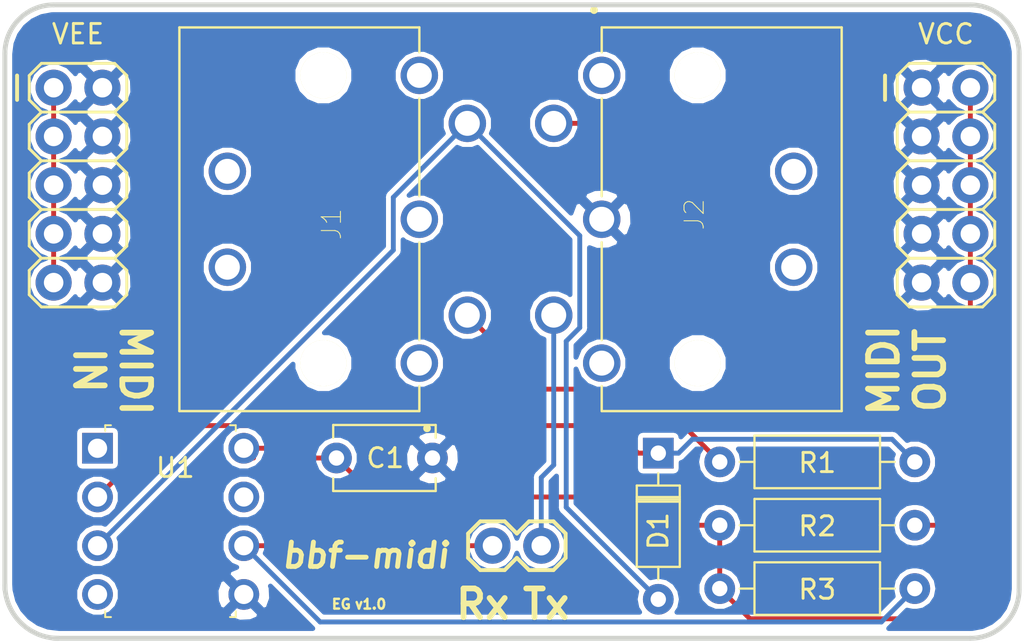
<source format=kicad_pcb>
(kicad_pcb (version 20171130) (host pcbnew "(5.0.2-4-g3082e92af)")

  (general
    (thickness 1.6)
    (drawings 17)
    (tracks 54)
    (zones 0)
    (modules 11)
    (nets 18)
  )

  (page A4)
  (title_block
    (title "Breadboard Friends - Midi Breakout")
    (date 2019-02-23)
    (rev v01)
    (comment 1 "Inspired by original Mutable Instruments Breadboard Friends")
    (comment 2 https://creativecommons.org/licenses/by/4.0/)
    (comment 3 "License:  CC BY 4.0")
    (comment 4 "Author:  Eric George")
  )

  (layers
    (0 F.Cu signal)
    (31 B.Cu signal)
    (32 B.Adhes user)
    (33 F.Adhes user)
    (34 B.Paste user)
    (35 F.Paste user)
    (36 B.SilkS user)
    (37 F.SilkS user)
    (38 B.Mask user)
    (39 F.Mask user)
    (40 Dwgs.User user)
    (41 Cmts.User user)
    (42 Eco1.User user)
    (43 Eco2.User user)
    (44 Edge.Cuts user)
    (45 Margin user)
    (46 B.CrtYd user)
    (47 F.CrtYd user)
    (48 B.Fab user)
    (49 F.Fab user hide)
  )

  (setup
    (last_trace_width 0.254)
    (trace_clearance 0.254)
    (zone_clearance 0.508)
    (zone_45_only no)
    (trace_min 0.1524)
    (segment_width 0.2)
    (edge_width 0.2)
    (via_size 0.762)
    (via_drill 0.381)
    (via_min_size 0.6858)
    (via_min_drill 0.3302)
    (uvia_size 0.762)
    (uvia_drill 0.381)
    (uvias_allowed no)
    (uvia_min_size 0.2)
    (uvia_min_drill 0.1)
    (pcb_text_width 0.3)
    (pcb_text_size 1.5 1.5)
    (mod_edge_width 0.15)
    (mod_text_size 1 1)
    (mod_text_width 0.15)
    (pad_size 1.524 1.524)
    (pad_drill 0.762)
    (pad_to_mask_clearance 0.0508)
    (solder_mask_min_width 0.25)
    (aux_axis_origin 0 0)
    (visible_elements FFFFFF7F)
    (pcbplotparams
      (layerselection 0x010fc_ffffffff)
      (usegerberextensions false)
      (usegerberattributes false)
      (usegerberadvancedattributes false)
      (creategerberjobfile false)
      (excludeedgelayer true)
      (linewidth 0.100000)
      (plotframeref false)
      (viasonmask false)
      (mode 1)
      (useauxorigin false)
      (hpglpennumber 1)
      (hpglpenspeed 20)
      (hpglpendiameter 15.000000)
      (psnegative false)
      (psa4output false)
      (plotreference true)
      (plotvalue true)
      (plotinvisibletext false)
      (padsonsilk false)
      (subtractmaskfromsilk false)
      (outputformat 1)
      (mirror false)
      (drillshape 1)
      (scaleselection 1)
      (outputdirectory ""))
  )

  (net 0 "")
  (net 1 VCC)
  (net 2 GND)
  (net 3 "Net-(D1-Pad1)")
  (net 4 "Net-(D1-Pad2)")
  (net 5 "Net-(J1-Pad2)")
  (net 6 "Net-(J1-Pad4)")
  (net 7 "Net-(J1-Pad1)")
  (net 8 "Net-(J1-Pad3)")
  (net 9 "Net-(J2-Pad3)")
  (net 10 Rx)
  (net 11 "Net-(J2-Pad1)")
  (net 12 "Net-(J2-Pad4)")
  (net 13 VEE)
  (net 14 "Net-(U1-Pad1)")
  (net 15 "Net-(U1-Pad4)")
  (net 16 Tx)
  (net 17 "Net-(U1-Pad7)")

  (net_class Default "This is the default net class."
    (clearance 0.254)
    (trace_width 0.254)
    (via_dia 0.762)
    (via_drill 0.381)
    (uvia_dia 0.762)
    (uvia_drill 0.381)
    (add_net GND)
    (add_net "Net-(D1-Pad1)")
    (add_net "Net-(D1-Pad2)")
    (add_net "Net-(J1-Pad1)")
    (add_net "Net-(J1-Pad2)")
    (add_net "Net-(J1-Pad3)")
    (add_net "Net-(J1-Pad4)")
    (add_net "Net-(J2-Pad1)")
    (add_net "Net-(J2-Pad3)")
    (add_net "Net-(J2-Pad4)")
    (add_net "Net-(U1-Pad1)")
    (add_net "Net-(U1-Pad4)")
    (add_net "Net-(U1-Pad7)")
    (add_net Rx)
    (add_net Tx)
    (add_net VCC)
    (add_net VEE)
  )

  (module Resistor_THT:R_Axial_DIN0207_L6.3mm_D2.5mm_P10.16mm_Horizontal (layer F.Cu) (tedit 5AE5139B) (tstamp 5C723F0D)
    (at 90.5764 53.2892)
    (descr "Resistor, Axial_DIN0207 series, Axial, Horizontal, pin pitch=10.16mm, 0.25W = 1/4W, length*diameter=6.3*2.5mm^2, http://cdn-reichelt.de/documents/datenblatt/B400/1_4W%23YAG.pdf")
    (tags "Resistor Axial_DIN0207 series Axial Horizontal pin pitch 10.16mm 0.25W = 1/4W length 6.3mm diameter 2.5mm")
    (path /5C723A76)
    (fp_text reference R2 (at 5.08 0.0508) (layer F.SilkS)
      (effects (font (size 1 1) (thickness 0.15)))
    )
    (fp_text value 220 (at 5.08 2.37) (layer F.Fab)
      (effects (font (size 1 1) (thickness 0.15)))
    )
    (fp_line (start 1.93 -1.25) (end 1.93 1.25) (layer F.Fab) (width 0.1))
    (fp_line (start 1.93 1.25) (end 8.23 1.25) (layer F.Fab) (width 0.1))
    (fp_line (start 8.23 1.25) (end 8.23 -1.25) (layer F.Fab) (width 0.1))
    (fp_line (start 8.23 -1.25) (end 1.93 -1.25) (layer F.Fab) (width 0.1))
    (fp_line (start 0 0) (end 1.93 0) (layer F.Fab) (width 0.1))
    (fp_line (start 10.16 0) (end 8.23 0) (layer F.Fab) (width 0.1))
    (fp_line (start 1.81 -1.37) (end 1.81 1.37) (layer F.SilkS) (width 0.12))
    (fp_line (start 1.81 1.37) (end 8.35 1.37) (layer F.SilkS) (width 0.12))
    (fp_line (start 8.35 1.37) (end 8.35 -1.37) (layer F.SilkS) (width 0.12))
    (fp_line (start 8.35 -1.37) (end 1.81 -1.37) (layer F.SilkS) (width 0.12))
    (fp_line (start 1.04 0) (end 1.81 0) (layer F.SilkS) (width 0.12))
    (fp_line (start 9.12 0) (end 8.35 0) (layer F.SilkS) (width 0.12))
    (fp_line (start -1.05 -1.5) (end -1.05 1.5) (layer F.CrtYd) (width 0.05))
    (fp_line (start -1.05 1.5) (end 11.21 1.5) (layer F.CrtYd) (width 0.05))
    (fp_line (start 11.21 1.5) (end 11.21 -1.5) (layer F.CrtYd) (width 0.05))
    (fp_line (start 11.21 -1.5) (end -1.05 -1.5) (layer F.CrtYd) (width 0.05))
    (fp_text user %R (at 5.08 0) (layer F.Fab)
      (effects (font (size 1 1) (thickness 0.15)))
    )
    (pad 1 thru_hole circle (at 0 0) (size 1.6 1.6) (drill 0.8) (layers *.Cu *.Mask)
      (net 1 VCC))
    (pad 2 thru_hole oval (at 10.16 0) (size 1.6 1.6) (drill 0.8) (layers *.Cu *.Mask)
      (net 12 "Net-(J2-Pad4)"))
    (model ${KISYS3DMOD}/Resistor_THT.3dshapes/R_Axial_DIN0207_L6.3mm_D2.5mm_P10.16mm_Horizontal.wrl
      (at (xyz 0 0 0))
      (scale (xyz 1 1 1))
      (rotate (xyz 0 0 0))
    )
  )

  (module Capacitor_THT:C_Disc_D5.1mm_W3.2mm_P5.00mm (layer F.Cu) (tedit 5AE50EF0) (tstamp 5C723FE9)
    (at 70.612 49.784)
    (descr "C, Disc series, Radial, pin pitch=5.00mm, , diameter*width=5.1*3.2mm^2, Capacitor, http://www.vishay.com/docs/45233/krseries.pdf")
    (tags "C Disc series Radial pin pitch 5.00mm  diameter 5.1mm width 3.2mm Capacitor")
    (path /5C71F029)
    (fp_text reference C1 (at 2.54 0) (layer F.SilkS)
      (effects (font (size 1 1) (thickness 0.15)))
    )
    (fp_text value 0.1uF (at 2.5 2.85) (layer F.Fab)
      (effects (font (size 1 1) (thickness 0.15)))
    )
    (fp_line (start -0.05 -1.6) (end -0.05 1.6) (layer F.Fab) (width 0.1))
    (fp_line (start -0.05 1.6) (end 5.05 1.6) (layer F.Fab) (width 0.1))
    (fp_line (start 5.05 1.6) (end 5.05 -1.6) (layer F.Fab) (width 0.1))
    (fp_line (start 5.05 -1.6) (end -0.05 -1.6) (layer F.Fab) (width 0.1))
    (fp_line (start -0.17 -1.721) (end 5.17 -1.721) (layer F.SilkS) (width 0.12))
    (fp_line (start -0.17 1.721) (end 5.17 1.721) (layer F.SilkS) (width 0.12))
    (fp_line (start -0.17 -1.721) (end -0.17 -1.055) (layer F.SilkS) (width 0.12))
    (fp_line (start -0.17 1.055) (end -0.17 1.721) (layer F.SilkS) (width 0.12))
    (fp_line (start 5.17 -1.721) (end 5.17 -1.055) (layer F.SilkS) (width 0.12))
    (fp_line (start 5.17 1.055) (end 5.17 1.721) (layer F.SilkS) (width 0.12))
    (fp_line (start -1.05 -1.85) (end -1.05 1.85) (layer F.CrtYd) (width 0.05))
    (fp_line (start -1.05 1.85) (end 6.05 1.85) (layer F.CrtYd) (width 0.05))
    (fp_line (start 6.05 1.85) (end 6.05 -1.85) (layer F.CrtYd) (width 0.05))
    (fp_line (start 6.05 -1.85) (end -1.05 -1.85) (layer F.CrtYd) (width 0.05))
    (fp_text user %R (at 2.5 0) (layer F.Fab)
      (effects (font (size 1 1) (thickness 0.15)))
    )
    (pad 1 thru_hole circle (at 0 0) (size 1.6 1.6) (drill 0.8) (layers *.Cu *.Mask)
      (net 1 VCC))
    (pad 2 thru_hole circle (at 5 0) (size 1.6 1.6) (drill 0.8) (layers *.Cu *.Mask)
      (net 2 GND))
    (model ${KISYS3DMOD}/Capacitor_THT.3dshapes/C_Disc_D5.1mm_W3.2mm_P5.00mm.wrl
      (at (xyz 0 0 0))
      (scale (xyz 1 1 1))
      (rotate (xyz 0 0 0))
    )
  )

  (module Diode_THT:D_DO-35_SOD27_P7.62mm_Horizontal (layer F.Cu) (tedit 5C72F657) (tstamp 5C723F99)
    (at 87.376 49.53 270)
    (descr "Diode, DO-35_SOD27 series, Axial, Horizontal, pin pitch=7.62mm, , length*diameter=4*2mm^2, , http://www.diodes.com/_files/packages/DO-35.pdf")
    (tags "Diode DO-35_SOD27 series Axial Horizontal pin pitch 7.62mm  length 4mm diameter 2mm")
    (path /5C71EDDB)
    (fp_text reference D1 (at 4.064 0 270) (layer F.SilkS)
      (effects (font (size 1 1) (thickness 0.15)))
    )
    (fp_text value 1N4148 (at 3.81 2.12 270) (layer F.Fab)
      (effects (font (size 1 1) (thickness 0.15)))
    )
    (fp_line (start 1.81 -1) (end 1.81 1) (layer F.Fab) (width 0.1))
    (fp_line (start 1.81 1) (end 5.81 1) (layer F.Fab) (width 0.1))
    (fp_line (start 5.81 1) (end 5.81 -1) (layer F.Fab) (width 0.1))
    (fp_line (start 5.81 -1) (end 1.81 -1) (layer F.Fab) (width 0.1))
    (fp_line (start 0 0) (end 1.81 0) (layer F.Fab) (width 0.1))
    (fp_line (start 7.62 0) (end 5.81 0) (layer F.Fab) (width 0.1))
    (fp_line (start 2.41 -1) (end 2.41 1) (layer F.Fab) (width 0.1))
    (fp_line (start 2.51 -1) (end 2.51 1) (layer F.Fab) (width 0.1))
    (fp_line (start 2.31 -1) (end 2.31 1) (layer F.Fab) (width 0.1))
    (fp_line (start 1.69 -1.12) (end 1.69 1.12) (layer F.SilkS) (width 0.12))
    (fp_line (start 1.69 1.12) (end 5.93 1.12) (layer F.SilkS) (width 0.12))
    (fp_line (start 5.93 1.12) (end 5.93 -1.12) (layer F.SilkS) (width 0.12))
    (fp_line (start 5.93 -1.12) (end 1.69 -1.12) (layer F.SilkS) (width 0.12))
    (fp_line (start 1.04 0) (end 1.69 0) (layer F.SilkS) (width 0.12))
    (fp_line (start 6.58 0) (end 5.93 0) (layer F.SilkS) (width 0.12))
    (fp_line (start 2.41 -1.12) (end 2.41 1.12) (layer F.SilkS) (width 0.12))
    (fp_line (start 2.53 -1.12) (end 2.53 1.12) (layer F.SilkS) (width 0.12))
    (fp_line (start 2.29 -1.12) (end 2.29 1.12) (layer F.SilkS) (width 0.12))
    (fp_line (start -1.05 -1.25) (end -1.05 1.25) (layer F.CrtYd) (width 0.05))
    (fp_line (start -1.05 1.25) (end 8.67 1.25) (layer F.CrtYd) (width 0.05))
    (fp_line (start 8.67 1.25) (end 8.67 -1.25) (layer F.CrtYd) (width 0.05))
    (fp_line (start 8.67 -1.25) (end -1.05 -1.25) (layer F.CrtYd) (width 0.05))
    (fp_text user %R (at 4.11 0 270) (layer F.Fab)
      (effects (font (size 0.8 0.8) (thickness 0.12)))
    )
    (fp_text user K (at 0 -1.8 270) (layer F.Fab)
      (effects (font (size 1 1) (thickness 0.15)))
    )
    (fp_text user K (at 0 -1.8 270) (layer F.SilkS) hide
      (effects (font (size 1 1) (thickness 0.15)))
    )
    (pad 1 thru_hole rect (at 0 0 270) (size 1.6 1.6) (drill 0.8) (layers *.Cu *.Mask)
      (net 3 "Net-(D1-Pad1)"))
    (pad 2 thru_hole oval (at 7.62 0 270) (size 1.6 1.6) (drill 0.8) (layers *.Cu *.Mask)
      (net 4 "Net-(D1-Pad2)"))
    (model ${KISYS3DMOD}/Diode_THT.3dshapes/D_DO-35_SOD27_P7.62mm_Horizontal.wrl
      (at (xyz 0 0 0))
      (scale (xyz 1 1 1))
      (rotate (xyz 0 0 0))
    )
  )

  (module SDS-50J:CUI_SDS-50J (layer F.Cu) (tedit 5C731218) (tstamp 5C963792)
    (at 74.93 37.338 270)
    (path /5C71ECE5)
    (fp_text reference J1 (at 0.254 4.572 270) (layer F.SilkS)
      (effects (font (size 1.0007 1.0007) (thickness 0.05)))
    )
    (fp_text value "MIDI IN" (at 7.874 13.97 90.1) (layer F.SilkS) hide
      (effects (font (size 0.889 0.889) (thickness 0.15)))
    )
    (fp_line (start -10 0) (end -10 12.5) (layer F.SilkS) (width 0.127))
    (fp_line (start -10 12.5) (end 10 12.5) (layer F.SilkS) (width 0.127))
    (fp_line (start 10 12.5) (end 10 0) (layer F.SilkS) (width 0.127))
    (fp_line (start -10.25 12.75) (end -10.25 -3.75) (layer Eco1.User) (width 0.05))
    (fp_line (start -10.25 -3.75) (end 10.25 -3.75) (layer Eco1.User) (width 0.05))
    (fp_line (start 10.25 -3.75) (end 10.25 12.75) (layer Eco1.User) (width 0.05))
    (fp_line (start 10.25 12.75) (end -10.25 12.75) (layer Eco1.User) (width 0.05))
    (fp_circle (center 10.9 -0.4) (end 11 -0.4) (layer F.SilkS) (width 0.2))
    (fp_circle (center 10.9 -0.4) (end 11 -0.4) (layer Eco2.User) (width 0.2))
    (fp_line (start -10 0) (end -8.7 0) (layer F.SilkS) (width 0.127))
    (fp_line (start -6.3 0) (end -1.2 0) (layer F.SilkS) (width 0.127))
    (fp_line (start 1.2 0) (end 6.3 0) (layer F.SilkS) (width 0.127))
    (fp_line (start 10 0) (end 8.7 0) (layer F.SilkS) (width 0.127))
    (fp_line (start -10 0) (end -10 12.5) (layer Eco2.User) (width 0.127))
    (fp_line (start -10 12.5) (end 10 12.5) (layer Eco2.User) (width 0.127))
    (fp_line (start 10 12.5) (end 10 0) (layer Eco2.User) (width 0.127))
    (fp_line (start 10 0) (end -10 0) (layer Eco2.User) (width 0.127))
    (pad 2 thru_hole circle (at 0 0 270) (size 1.95 1.95) (drill 1.3) (layers *.Cu *.Mask)
      (net 5 "Net-(J1-Pad2)"))
    (pad 4 thru_hole circle (at 5 -2.5 270) (size 1.95 1.95) (drill 1.3) (layers *.Cu *.Mask)
      (net 6 "Net-(J1-Pad4)"))
    (pad 1 thru_hole circle (at 7.5 0 270) (size 1.95 1.95) (drill 1.3) (layers *.Cu *.Mask)
      (net 7 "Net-(J1-Pad1)"))
    (pad 5 thru_hole circle (at -5 -2.5 270) (size 1.95 1.95) (drill 1.3) (layers *.Cu *.Mask)
      (net 4 "Net-(D1-Pad2)"))
    (pad 3 thru_hole circle (at -7.5 0 270) (size 1.95 1.95) (drill 1.3) (layers *.Cu *.Mask)
      (net 8 "Net-(J1-Pad3)"))
    (pad S1 thru_hole circle (at -2.5 10 270) (size 1.95 1.95) (drill 1.3) (layers *.Cu *.Mask))
    (pad S2 thru_hole circle (at 2.5 10 270) (size 1.95 1.95) (drill 1.3) (layers *.Cu *.Mask))
    (pad Hole np_thru_hole circle (at -7.5 5 270) (size 2.4 2.4) (drill 2.4) (layers *.Cu *.Mask F.SilkS))
    (pad Hole np_thru_hole circle (at 7.5 5 270) (size 2.4 2.4) (drill 2.4) (layers *.Cu *.Mask F.SilkS))
  )

  (module SDS-50J:CUI_SDS-50J (layer F.Cu) (tedit 5C73124D) (tstamp 5C730B0B)
    (at 84.4296 37.338 90)
    (path /5C723A1F)
    (fp_text reference J2 (at 0.254 4.826 90) (layer F.SilkS)
      (effects (font (size 1.0007 1.0007) (thickness 0.05)))
    )
    (fp_text value "MIDI OUT" (at -7.366 13.8684 270) (layer F.SilkS) hide
      (effects (font (size 0.889 0.889) (thickness 0.15)))
    )
    (fp_line (start 10 0) (end -10 0) (layer Eco2.User) (width 0.127))
    (fp_line (start 10 12.5) (end 10 0) (layer Eco2.User) (width 0.127))
    (fp_line (start -10 12.5) (end 10 12.5) (layer Eco2.User) (width 0.127))
    (fp_line (start -10 0) (end -10 12.5) (layer Eco2.User) (width 0.127))
    (fp_line (start 10 0) (end 8.7 0) (layer F.SilkS) (width 0.127))
    (fp_line (start 1.2 0) (end 6.3 0) (layer F.SilkS) (width 0.127))
    (fp_line (start -6.3 0) (end -1.2 0) (layer F.SilkS) (width 0.127))
    (fp_line (start -10 0) (end -8.7 0) (layer F.SilkS) (width 0.127))
    (fp_circle (center 10.9 -0.4) (end 11 -0.4) (layer Eco2.User) (width 0.2))
    (fp_circle (center 10.9 -0.4) (end 11 -0.4) (layer F.SilkS) (width 0.2))
    (fp_line (start 10.25 12.75) (end -10.25 12.75) (layer Eco1.User) (width 0.05))
    (fp_line (start 10.25 -3.75) (end 10.25 12.75) (layer Eco1.User) (width 0.05))
    (fp_line (start -10.25 -3.75) (end 10.25 -3.75) (layer Eco1.User) (width 0.05))
    (fp_line (start -10.25 12.75) (end -10.25 -3.75) (layer Eco1.User) (width 0.05))
    (fp_line (start 10 12.5) (end 10 0) (layer F.SilkS) (width 0.127))
    (fp_line (start -10 12.5) (end 10 12.5) (layer F.SilkS) (width 0.127))
    (fp_line (start -10 0) (end -10 12.5) (layer F.SilkS) (width 0.127))
    (pad Hole np_thru_hole circle (at 7.5 5 90) (size 2.4 2.4) (drill 2.4) (layers *.Cu *.Mask F.SilkS))
    (pad Hole np_thru_hole circle (at -7.5 5 90) (size 2.4 2.4) (drill 2.4) (layers *.Cu *.Mask F.SilkS))
    (pad S2 thru_hole circle (at 2.5 10 90) (size 1.95 1.95) (drill 1.3) (layers *.Cu *.Mask))
    (pad S1 thru_hole circle (at -2.5 10 90) (size 1.95 1.95) (drill 1.3) (layers *.Cu *.Mask))
    (pad 3 thru_hole circle (at -7.5 0 90) (size 1.95 1.95) (drill 1.3) (layers *.Cu *.Mask)
      (net 9 "Net-(J2-Pad3)"))
    (pad 5 thru_hole circle (at -5 -2.5 90) (size 1.95 1.95) (drill 1.3) (layers *.Cu *.Mask)
      (net 16 Tx))
    (pad 1 thru_hole circle (at 7.5 0 90) (size 1.95 1.95) (drill 1.3) (layers *.Cu *.Mask)
      (net 11 "Net-(J2-Pad1)"))
    (pad 4 thru_hole circle (at 5 -2.5 90) (size 1.95 1.95) (drill 1.3) (layers *.Cu *.Mask)
      (net 12 "Net-(J2-Pad4)"))
    (pad 2 thru_hole circle (at 0 0 90) (size 1.95 1.95) (drill 1.3) (layers *.Cu *.Mask)
      (net 2 GND))
  )

  (module Resistor_THT:R_Axial_DIN0207_L6.3mm_D2.5mm_P10.16mm_Horizontal (layer F.Cu) (tedit 5AE5139B) (tstamp 5C723F4F)
    (at 100.7364 49.9872 180)
    (descr "Resistor, Axial_DIN0207 series, Axial, Horizontal, pin pitch=10.16mm, 0.25W = 1/4W, length*diameter=6.3*2.5mm^2, http://cdn-reichelt.de/documents/datenblatt/B400/1_4W%23YAG.pdf")
    (tags "Resistor Axial_DIN0207 series Axial Horizontal pin pitch 10.16mm 0.25W = 1/4W length 6.3mm diameter 2.5mm")
    (path /5C72251C)
    (fp_text reference R1 (at 5.08 -0.0508 180) (layer F.SilkS)
      (effects (font (size 1 1) (thickness 0.15)))
    )
    (fp_text value 220 (at 5.08 2.37 180) (layer F.Fab)
      (effects (font (size 1 1) (thickness 0.15)))
    )
    (fp_line (start 1.93 -1.25) (end 1.93 1.25) (layer F.Fab) (width 0.1))
    (fp_line (start 1.93 1.25) (end 8.23 1.25) (layer F.Fab) (width 0.1))
    (fp_line (start 8.23 1.25) (end 8.23 -1.25) (layer F.Fab) (width 0.1))
    (fp_line (start 8.23 -1.25) (end 1.93 -1.25) (layer F.Fab) (width 0.1))
    (fp_line (start 0 0) (end 1.93 0) (layer F.Fab) (width 0.1))
    (fp_line (start 10.16 0) (end 8.23 0) (layer F.Fab) (width 0.1))
    (fp_line (start 1.81 -1.37) (end 1.81 1.37) (layer F.SilkS) (width 0.12))
    (fp_line (start 1.81 1.37) (end 8.35 1.37) (layer F.SilkS) (width 0.12))
    (fp_line (start 8.35 1.37) (end 8.35 -1.37) (layer F.SilkS) (width 0.12))
    (fp_line (start 8.35 -1.37) (end 1.81 -1.37) (layer F.SilkS) (width 0.12))
    (fp_line (start 1.04 0) (end 1.81 0) (layer F.SilkS) (width 0.12))
    (fp_line (start 9.12 0) (end 8.35 0) (layer F.SilkS) (width 0.12))
    (fp_line (start -1.05 -1.5) (end -1.05 1.5) (layer F.CrtYd) (width 0.05))
    (fp_line (start -1.05 1.5) (end 11.21 1.5) (layer F.CrtYd) (width 0.05))
    (fp_line (start 11.21 1.5) (end 11.21 -1.5) (layer F.CrtYd) (width 0.05))
    (fp_line (start 11.21 -1.5) (end -1.05 -1.5) (layer F.CrtYd) (width 0.05))
    (fp_text user %R (at 5.08 0 180) (layer F.Fab)
      (effects (font (size 1 1) (thickness 0.15)))
    )
    (pad 1 thru_hole circle (at 0 0 180) (size 1.6 1.6) (drill 0.8) (layers *.Cu *.Mask)
      (net 3 "Net-(D1-Pad1)"))
    (pad 2 thru_hole oval (at 10.16 0 180) (size 1.6 1.6) (drill 0.8) (layers *.Cu *.Mask)
      (net 6 "Net-(J1-Pad4)"))
    (model ${KISYS3DMOD}/Resistor_THT.3dshapes/R_Axial_DIN0207_L6.3mm_D2.5mm_P10.16mm_Horizontal.wrl
      (at (xyz 0 0 0))
      (scale (xyz 1 1 1))
      (rotate (xyz 0 0 0))
    )
  )

  (module Resistor_THT:R_Axial_DIN0207_L6.3mm_D2.5mm_P10.16mm_Horizontal (layer F.Cu) (tedit 5AE5139B) (tstamp 5C723ECB)
    (at 90.5764 56.5912)
    (descr "Resistor, Axial_DIN0207 series, Axial, Horizontal, pin pitch=10.16mm, 0.25W = 1/4W, length*diameter=6.3*2.5mm^2, http://cdn-reichelt.de/documents/datenblatt/B400/1_4W%23YAG.pdf")
    (tags "Resistor Axial_DIN0207 series Axial Horizontal pin pitch 10.16mm 0.25W = 1/4W length 6.3mm diameter 2.5mm")
    (path /5C7226D8)
    (fp_text reference R3 (at 5.08 0.0508) (layer F.SilkS)
      (effects (font (size 1 1) (thickness 0.15)))
    )
    (fp_text value 10k (at 5.08 2.37) (layer F.Fab)
      (effects (font (size 1 1) (thickness 0.15)))
    )
    (fp_text user %R (at 5.08 0) (layer F.Fab)
      (effects (font (size 1 1) (thickness 0.15)))
    )
    (fp_line (start 11.21 -1.5) (end -1.05 -1.5) (layer F.CrtYd) (width 0.05))
    (fp_line (start 11.21 1.5) (end 11.21 -1.5) (layer F.CrtYd) (width 0.05))
    (fp_line (start -1.05 1.5) (end 11.21 1.5) (layer F.CrtYd) (width 0.05))
    (fp_line (start -1.05 -1.5) (end -1.05 1.5) (layer F.CrtYd) (width 0.05))
    (fp_line (start 9.12 0) (end 8.35 0) (layer F.SilkS) (width 0.12))
    (fp_line (start 1.04 0) (end 1.81 0) (layer F.SilkS) (width 0.12))
    (fp_line (start 8.35 -1.37) (end 1.81 -1.37) (layer F.SilkS) (width 0.12))
    (fp_line (start 8.35 1.37) (end 8.35 -1.37) (layer F.SilkS) (width 0.12))
    (fp_line (start 1.81 1.37) (end 8.35 1.37) (layer F.SilkS) (width 0.12))
    (fp_line (start 1.81 -1.37) (end 1.81 1.37) (layer F.SilkS) (width 0.12))
    (fp_line (start 10.16 0) (end 8.23 0) (layer F.Fab) (width 0.1))
    (fp_line (start 0 0) (end 1.93 0) (layer F.Fab) (width 0.1))
    (fp_line (start 8.23 -1.25) (end 1.93 -1.25) (layer F.Fab) (width 0.1))
    (fp_line (start 8.23 1.25) (end 8.23 -1.25) (layer F.Fab) (width 0.1))
    (fp_line (start 1.93 1.25) (end 8.23 1.25) (layer F.Fab) (width 0.1))
    (fp_line (start 1.93 -1.25) (end 1.93 1.25) (layer F.Fab) (width 0.1))
    (pad 2 thru_hole oval (at 10.16 0) (size 1.6 1.6) (drill 0.8) (layers *.Cu *.Mask)
      (net 10 Rx))
    (pad 1 thru_hole circle (at 0 0) (size 1.6 1.6) (drill 0.8) (layers *.Cu *.Mask)
      (net 1 VCC))
    (model ${KISYS3DMOD}/Resistor_THT.3dshapes/R_Axial_DIN0207_L6.3mm_D2.5mm_P10.16mm_Horizontal.wrl
      (at (xyz 0 0 0))
      (scale (xyz 1 1 1))
      (rotate (xyz 0 0 0))
    )
  )

  (module digikey-footprints:DIP-8_W7.62mm (layer F.Cu) (tedit 5B86B3A2) (tstamp 5C723E7D)
    (at 58.166 49.276)
    (descr http://media.digikey.com/pdf/Data%20Sheets/Lite-On%20PDFs/6N137%20Series.pdf)
    (path /5C71EAA6)
    (fp_text reference U1 (at 4.05 1.016) (layer F.SilkS)
      (effects (font (size 1 1) (thickness 0.15)))
    )
    (fp_text value 6N137 (at 3.94 10.33) (layer F.Fab)
      (effects (font (size 1 1) (thickness 0.15)))
    )
    (fp_line (start -1.05 8.89) (end 8.67 8.89) (layer F.CrtYd) (width 0.1))
    (fp_line (start -1.05 -1.29) (end -1.05 8.89) (layer F.CrtYd) (width 0.1))
    (fp_line (start 8.67 -1.29) (end 8.67 8.89) (layer F.CrtYd) (width 0.1))
    (fp_line (start -1.05 -1.29) (end 8.67 -1.29) (layer F.CrtYd) (width 0.1))
    (fp_line (start 0.4 -0.9) (end 0.4 -1.2) (layer F.SilkS) (width 0.1))
    (fp_line (start 0.4 -1.2) (end 0.7 -1.2) (layer F.SilkS) (width 0.1))
    (fp_line (start 7.2 -0.9) (end 7.2 -1.2) (layer F.SilkS) (width 0.1))
    (fp_line (start 7.2 -1.2) (end 6.9 -1.2) (layer F.SilkS) (width 0.1))
    (fp_line (start 7.2 8.5) (end 7.2 8.8) (layer F.SilkS) (width 0.1))
    (fp_line (start 7.2 8.8) (end 6.9 8.8) (layer F.SilkS) (width 0.1))
    (fp_line (start 0.4 8.5) (end 0.4 8.8) (layer F.SilkS) (width 0.1))
    (fp_line (start 0.4 8.8) (end 0.7 8.8) (layer F.SilkS) (width 0.1))
    (fp_line (start 0.55 8.64) (end 7.05 8.64) (layer F.Fab) (width 0.1))
    (fp_line (start 0.55 -1.04) (end 7.05 -1.04) (layer F.Fab) (width 0.1))
    (fp_line (start 7.05 -1.04) (end 7.05 8.64) (layer F.Fab) (width 0.1))
    (fp_line (start 0.55 -1.04) (end 0.55 8.64) (layer F.Fab) (width 0.1))
    (fp_text user REF** (at 3.94 3.49) (layer F.Fab)
      (effects (font (size 1 1) (thickness 0.1)))
    )
    (pad 1 thru_hole rect (at 0 0) (size 1.6 1.6) (drill 1) (layers *.Cu *.Mask)
      (net 14 "Net-(U1-Pad1)"))
    (pad 2 thru_hole circle (at 0 2.54) (size 1.6 1.6) (drill 1) (layers *.Cu *.Mask)
      (net 3 "Net-(D1-Pad1)"))
    (pad 3 thru_hole circle (at 0 5.08) (size 1.6 1.6) (drill 1) (layers *.Cu *.Mask)
      (net 4 "Net-(D1-Pad2)"))
    (pad 4 thru_hole circle (at 0 7.62) (size 1.6 1.6) (drill 1) (layers *.Cu *.Mask)
      (net 15 "Net-(U1-Pad4)"))
    (pad 5 thru_hole circle (at 7.62 7.62) (size 1.6 1.6) (drill 1) (layers *.Cu *.Mask)
      (net 2 GND))
    (pad 6 thru_hole circle (at 7.62 5.08) (size 1.6 1.6) (drill 1) (layers *.Cu *.Mask)
      (net 10 Rx))
    (pad 7 thru_hole circle (at 7.62 2.54) (size 1.6 1.6) (drill 1) (layers *.Cu *.Mask)
      (net 17 "Net-(U1-Pad7)"))
    (pad 8 thru_hole circle (at 7.62 0) (size 1.6 1.6) (drill 1) (layers *.Cu *.Mask)
      (net 1 VCC))
    (model ${KISYS3DMOD}/Housings_DIP.3dshapes/DIP-8_W7.62mm.wrl
      (at (xyz 0 0 0))
      (scale (xyz 1 1 1))
      (rotate (xyz 0 0 0))
    )
  )

  (module mi-bbf:1X02 (layer F.Cu) (tedit 0) (tstamp 5C976A70)
    (at 78.74 54.356)
    (path /5C7303ED)
    (fp_text reference J3 (at -1.3462 -1.8288) (layer F.SilkS) hide
      (effects (font (size 1.2065 1.2065) (thickness 0.127)) (justify right top))
    )
    (fp_text value "To Rx/From Tx" (at -1.27 3.175 -180) (layer F.Fab)
      (effects (font (size 1.2065 1.2065) (thickness 0.09652)) (justify right top))
    )
    (fp_line (start -0.635 -1.27) (end 0.635 -1.27) (layer F.SilkS) (width 0.2032))
    (fp_line (start 0.635 -1.27) (end 1.27 -0.635) (layer F.SilkS) (width 0.2032))
    (fp_line (start 1.27 0.635) (end 0.635 1.27) (layer F.SilkS) (width 0.2032))
    (fp_line (start 1.27 -0.635) (end 1.905 -1.27) (layer F.SilkS) (width 0.2032))
    (fp_line (start 1.905 -1.27) (end 3.175 -1.27) (layer F.SilkS) (width 0.2032))
    (fp_line (start 3.175 -1.27) (end 3.81 -0.635) (layer F.SilkS) (width 0.2032))
    (fp_line (start 3.81 0.635) (end 3.175 1.27) (layer F.SilkS) (width 0.2032))
    (fp_line (start 3.175 1.27) (end 1.905 1.27) (layer F.SilkS) (width 0.2032))
    (fp_line (start 1.905 1.27) (end 1.27 0.635) (layer F.SilkS) (width 0.2032))
    (fp_line (start -1.27 -0.635) (end -1.27 0.635) (layer F.SilkS) (width 0.2032))
    (fp_line (start -0.635 -1.27) (end -1.27 -0.635) (layer F.SilkS) (width 0.2032))
    (fp_line (start -1.27 0.635) (end -0.635 1.27) (layer F.SilkS) (width 0.2032))
    (fp_line (start 0.635 1.27) (end -0.635 1.27) (layer F.SilkS) (width 0.2032))
    (fp_line (start 3.81 -0.635) (end 3.81 0.635) (layer F.SilkS) (width 0.2032))
    (fp_poly (pts (xy 2.286 0.254) (xy 2.794 0.254) (xy 2.794 -0.254) (xy 2.286 -0.254)) (layer F.Fab) (width 0))
    (fp_poly (pts (xy -0.254 0.254) (xy 0.254 0.254) (xy 0.254 -0.254) (xy -0.254 -0.254)) (layer F.Fab) (width 0))
    (pad 1 thru_hole circle (at 0 0 90) (size 1.8796 1.8796) (drill 1.016) (layers *.Cu *.Mask)
      (net 10 Rx) (solder_mask_margin 0.1016))
    (pad 2 thru_hole circle (at 2.54 0 90) (size 1.8796 1.8796) (drill 1.016) (layers *.Cu *.Mask)
      (net 16 Tx) (solder_mask_margin 0.1016))
  )

  (module mi-bbf:AVR_ICSP (layer F.Cu) (tedit 0) (tstamp 5C976A85)
    (at 102.362 35.56)
    (descr "<b>PIN HEADER</b>")
    (path /5C725CA2)
    (fp_text reference J4 (at -2.794 3.302 90) (layer F.SilkS) hide
      (effects (font (size 0.38608 0.38608) (thickness 0.032512)) (justify right top))
    )
    (fp_text value Power (at -2.794 0.254 90) (layer F.Fab) hide
      (effects (font (size 0.38608 0.38608) (thickness 0.032512)) (justify right top))
    )
    (fp_poly (pts (xy 1.016 2.794) (xy 1.524 2.794) (xy 1.524 2.286) (xy 1.016 2.286)) (layer F.Fab) (width 0))
    (fp_poly (pts (xy -1.524 2.794) (xy -1.016 2.794) (xy -1.016 2.286) (xy -1.524 2.286)) (layer F.Fab) (width 0))
    (fp_poly (pts (xy -1.524 5.334) (xy -1.016 5.334) (xy -1.016 4.826) (xy -1.524 4.826)) (layer F.Fab) (width 0))
    (fp_poly (pts (xy 1.016 5.334) (xy 1.524 5.334) (xy 1.524 4.826) (xy 1.016 4.826)) (layer F.Fab) (width 0))
    (fp_poly (pts (xy -1.524 0.254) (xy -1.016 0.254) (xy -1.016 -0.254) (xy -1.524 -0.254)) (layer F.SilkS) (width 0))
    (fp_poly (pts (xy 1.016 0.254) (xy 1.524 0.254) (xy 1.524 -0.254) (xy 1.016 -0.254)) (layer F.Fab) (width 0))
    (fp_poly (pts (xy -1.524 -2.286) (xy -1.016 -2.286) (xy -1.016 -2.794) (xy -1.524 -2.794)) (layer F.Fab) (width 0))
    (fp_poly (pts (xy 1.016 -2.286) (xy 1.524 -2.286) (xy 1.524 -2.794) (xy 1.016 -2.794)) (layer F.Fab) (width 0))
    (fp_poly (pts (xy 1.016 -4.826) (xy 1.524 -4.826) (xy 1.524 -5.334) (xy 1.016 -5.334)) (layer F.Fab) (width 0))
    (fp_poly (pts (xy -1.524 -4.826) (xy -1.016 -4.826) (xy -1.016 -5.334) (xy -1.524 -5.334)) (layer F.Fab) (width 0))
    (fp_line (start -3.175 -5.715) (end -3.175 -4.445) (layer F.SilkS) (width 0.2032))
    (fp_line (start -2.54 4.445) (end -2.54 5.715) (layer F.SilkS) (width 0.1524))
    (fp_line (start 1.905 6.35) (end -1.905 6.35) (layer F.SilkS) (width 0.1524))
    (fp_line (start 2.54 5.715) (end 1.905 6.35) (layer F.SilkS) (width 0.1524))
    (fp_line (start 2.54 4.445) (end 2.54 5.715) (layer F.SilkS) (width 0.1524))
    (fp_line (start 1.905 3.81) (end 2.54 4.445) (layer F.SilkS) (width 0.1524))
    (fp_line (start -2.54 5.715) (end -1.905 6.35) (layer F.SilkS) (width 0.1524))
    (fp_line (start -1.905 3.81) (end -2.54 4.445) (layer F.SilkS) (width 0.1524))
    (fp_line (start -2.54 -5.715) (end -2.54 -4.445) (layer F.SilkS) (width 0.1524))
    (fp_line (start -2.54 -3.175) (end -2.54 -1.905) (layer F.SilkS) (width 0.1524))
    (fp_line (start -2.54 -0.635) (end -2.54 0.635) (layer F.SilkS) (width 0.1524))
    (fp_line (start -2.54 1.905) (end -2.54 3.175) (layer F.SilkS) (width 0.1524))
    (fp_line (start 1.905 3.81) (end -1.905 3.81) (layer F.SilkS) (width 0.1524))
    (fp_line (start 1.905 1.27) (end -1.905 1.27) (layer F.SilkS) (width 0.1524))
    (fp_line (start 1.905 -1.27) (end -1.905 -1.27) (layer F.SilkS) (width 0.1524))
    (fp_line (start 1.905 -3.81) (end -1.905 -3.81) (layer F.SilkS) (width 0.1524))
    (fp_line (start 2.54 3.175) (end 1.905 3.81) (layer F.SilkS) (width 0.1524))
    (fp_line (start 2.54 1.905) (end 2.54 3.175) (layer F.SilkS) (width 0.1524))
    (fp_line (start 1.905 1.27) (end 2.54 1.905) (layer F.SilkS) (width 0.1524))
    (fp_line (start 2.54 0.635) (end 1.905 1.27) (layer F.SilkS) (width 0.1524))
    (fp_line (start 2.54 -0.635) (end 2.54 0.635) (layer F.SilkS) (width 0.1524))
    (fp_line (start 1.905 -1.27) (end 2.54 -0.635) (layer F.SilkS) (width 0.1524))
    (fp_line (start 2.54 -1.905) (end 1.905 -1.27) (layer F.SilkS) (width 0.1524))
    (fp_line (start 2.54 -3.175) (end 2.54 -1.905) (layer F.SilkS) (width 0.1524))
    (fp_line (start 1.905 -3.81) (end 2.54 -3.175) (layer F.SilkS) (width 0.1524))
    (fp_line (start 2.54 -4.445) (end 1.905 -3.81) (layer F.SilkS) (width 0.1524))
    (fp_line (start 2.54 -5.715) (end 2.54 -4.445) (layer F.SilkS) (width 0.1524))
    (fp_line (start 1.905 -6.35) (end 2.54 -5.715) (layer F.SilkS) (width 0.1524))
    (fp_line (start -1.905 -6.35) (end 1.905 -6.35) (layer F.SilkS) (width 0.1524))
    (fp_line (start -2.54 3.175) (end -1.905 3.81) (layer F.SilkS) (width 0.1524))
    (fp_line (start -1.905 1.27) (end -2.54 1.905) (layer F.SilkS) (width 0.1524))
    (fp_line (start -2.54 0.635) (end -1.905 1.27) (layer F.SilkS) (width 0.1524))
    (fp_line (start -1.905 -1.27) (end -2.54 -0.635) (layer F.SilkS) (width 0.1524))
    (fp_line (start -2.54 -1.905) (end -1.905 -1.27) (layer F.SilkS) (width 0.1524))
    (fp_line (start -1.905 -3.81) (end -2.54 -3.175) (layer F.SilkS) (width 0.1524))
    (fp_line (start -2.54 -4.445) (end -1.905 -3.81) (layer F.SilkS) (width 0.1524))
    (fp_line (start -1.905 -6.35) (end -2.54 -5.715) (layer F.SilkS) (width 0.1524))
    (pad 10 thru_hole circle (at 1.27 5.08 270) (size 1.8796 1.8796) (drill 1.016) (layers *.Cu *.Mask)
      (net 1 VCC) (solder_mask_margin 0.1016))
    (pad 9 thru_hole circle (at -1.27 5.08 270) (size 1.8796 1.8796) (drill 1.016) (layers *.Cu *.Mask)
      (net 2 GND) (solder_mask_margin 0.1016))
    (pad 8 thru_hole circle (at 1.27 2.54 270) (size 1.8796 1.8796) (drill 1.016) (layers *.Cu *.Mask)
      (net 1 VCC) (solder_mask_margin 0.1016))
    (pad 7 thru_hole circle (at -1.27 2.54 270) (size 1.8796 1.8796) (drill 1.016) (layers *.Cu *.Mask)
      (net 2 GND) (solder_mask_margin 0.1016))
    (pad 6 thru_hole circle (at 1.27 0 270) (size 1.8796 1.8796) (drill 1.016) (layers *.Cu *.Mask)
      (net 1 VCC) (solder_mask_margin 0.1016))
    (pad 5 thru_hole circle (at -1.27 0 270) (size 1.8796 1.8796) (drill 1.016) (layers *.Cu *.Mask)
      (net 2 GND) (solder_mask_margin 0.1016))
    (pad 4 thru_hole circle (at 1.27 -2.54 270) (size 1.8796 1.8796) (drill 1.016) (layers *.Cu *.Mask)
      (net 1 VCC) (solder_mask_margin 0.1016))
    (pad 3 thru_hole circle (at -1.27 -2.54 270) (size 1.8796 1.8796) (drill 1.016) (layers *.Cu *.Mask)
      (net 2 GND) (solder_mask_margin 0.1016))
    (pad 2 thru_hole circle (at 1.27 -5.08 270) (size 1.8796 1.8796) (drill 1.016) (layers *.Cu *.Mask)
      (net 1 VCC) (solder_mask_margin 0.1016))
    (pad 1 thru_hole circle (at -1.27 -5.08 270) (size 1.8796 1.8796) (drill 1.016) (layers *.Cu *.Mask)
      (net 2 GND) (solder_mask_margin 0.1016))
  )

  (module mi-bbf:AVR_ICSP (layer F.Cu) (tedit 0) (tstamp 5C976AC1)
    (at 57.15 35.56)
    (descr "<b>PIN HEADER</b>")
    (path /5C71FE7B)
    (fp_text reference J5 (at -2.794 3.302 90) (layer F.SilkS) hide
      (effects (font (size 0.38608 0.38608) (thickness 0.032512)) (justify right top))
    )
    (fp_text value Power (at -2.794 0.254 90) (layer F.Fab) hide
      (effects (font (size 0.38608 0.38608) (thickness 0.032512)) (justify right top))
    )
    (fp_line (start -1.905 -6.35) (end -2.54 -5.715) (layer F.SilkS) (width 0.1524))
    (fp_line (start -2.54 -4.445) (end -1.905 -3.81) (layer F.SilkS) (width 0.1524))
    (fp_line (start -1.905 -3.81) (end -2.54 -3.175) (layer F.SilkS) (width 0.1524))
    (fp_line (start -2.54 -1.905) (end -1.905 -1.27) (layer F.SilkS) (width 0.1524))
    (fp_line (start -1.905 -1.27) (end -2.54 -0.635) (layer F.SilkS) (width 0.1524))
    (fp_line (start -2.54 0.635) (end -1.905 1.27) (layer F.SilkS) (width 0.1524))
    (fp_line (start -1.905 1.27) (end -2.54 1.905) (layer F.SilkS) (width 0.1524))
    (fp_line (start -2.54 3.175) (end -1.905 3.81) (layer F.SilkS) (width 0.1524))
    (fp_line (start -1.905 -6.35) (end 1.905 -6.35) (layer F.SilkS) (width 0.1524))
    (fp_line (start 1.905 -6.35) (end 2.54 -5.715) (layer F.SilkS) (width 0.1524))
    (fp_line (start 2.54 -5.715) (end 2.54 -4.445) (layer F.SilkS) (width 0.1524))
    (fp_line (start 2.54 -4.445) (end 1.905 -3.81) (layer F.SilkS) (width 0.1524))
    (fp_line (start 1.905 -3.81) (end 2.54 -3.175) (layer F.SilkS) (width 0.1524))
    (fp_line (start 2.54 -3.175) (end 2.54 -1.905) (layer F.SilkS) (width 0.1524))
    (fp_line (start 2.54 -1.905) (end 1.905 -1.27) (layer F.SilkS) (width 0.1524))
    (fp_line (start 1.905 -1.27) (end 2.54 -0.635) (layer F.SilkS) (width 0.1524))
    (fp_line (start 2.54 -0.635) (end 2.54 0.635) (layer F.SilkS) (width 0.1524))
    (fp_line (start 2.54 0.635) (end 1.905 1.27) (layer F.SilkS) (width 0.1524))
    (fp_line (start 1.905 1.27) (end 2.54 1.905) (layer F.SilkS) (width 0.1524))
    (fp_line (start 2.54 1.905) (end 2.54 3.175) (layer F.SilkS) (width 0.1524))
    (fp_line (start 2.54 3.175) (end 1.905 3.81) (layer F.SilkS) (width 0.1524))
    (fp_line (start 1.905 -3.81) (end -1.905 -3.81) (layer F.SilkS) (width 0.1524))
    (fp_line (start 1.905 -1.27) (end -1.905 -1.27) (layer F.SilkS) (width 0.1524))
    (fp_line (start 1.905 1.27) (end -1.905 1.27) (layer F.SilkS) (width 0.1524))
    (fp_line (start 1.905 3.81) (end -1.905 3.81) (layer F.SilkS) (width 0.1524))
    (fp_line (start -2.54 1.905) (end -2.54 3.175) (layer F.SilkS) (width 0.1524))
    (fp_line (start -2.54 -0.635) (end -2.54 0.635) (layer F.SilkS) (width 0.1524))
    (fp_line (start -2.54 -3.175) (end -2.54 -1.905) (layer F.SilkS) (width 0.1524))
    (fp_line (start -2.54 -5.715) (end -2.54 -4.445) (layer F.SilkS) (width 0.1524))
    (fp_line (start -1.905 3.81) (end -2.54 4.445) (layer F.SilkS) (width 0.1524))
    (fp_line (start -2.54 5.715) (end -1.905 6.35) (layer F.SilkS) (width 0.1524))
    (fp_line (start 1.905 3.81) (end 2.54 4.445) (layer F.SilkS) (width 0.1524))
    (fp_line (start 2.54 4.445) (end 2.54 5.715) (layer F.SilkS) (width 0.1524))
    (fp_line (start 2.54 5.715) (end 1.905 6.35) (layer F.SilkS) (width 0.1524))
    (fp_line (start 1.905 6.35) (end -1.905 6.35) (layer F.SilkS) (width 0.1524))
    (fp_line (start -2.54 4.445) (end -2.54 5.715) (layer F.SilkS) (width 0.1524))
    (fp_line (start -3.175 -5.715) (end -3.175 -4.445) (layer F.SilkS) (width 0.2032))
    (fp_poly (pts (xy -1.524 -4.826) (xy -1.016 -4.826) (xy -1.016 -5.334) (xy -1.524 -5.334)) (layer F.Fab) (width 0))
    (fp_poly (pts (xy 1.016 -4.826) (xy 1.524 -4.826) (xy 1.524 -5.334) (xy 1.016 -5.334)) (layer F.Fab) (width 0))
    (fp_poly (pts (xy 1.016 -2.286) (xy 1.524 -2.286) (xy 1.524 -2.794) (xy 1.016 -2.794)) (layer F.Fab) (width 0))
    (fp_poly (pts (xy -1.524 -2.286) (xy -1.016 -2.286) (xy -1.016 -2.794) (xy -1.524 -2.794)) (layer F.Fab) (width 0))
    (fp_poly (pts (xy 1.016 0.254) (xy 1.524 0.254) (xy 1.524 -0.254) (xy 1.016 -0.254)) (layer F.Fab) (width 0))
    (fp_poly (pts (xy -1.524 0.254) (xy -1.016 0.254) (xy -1.016 -0.254) (xy -1.524 -0.254)) (layer F.SilkS) (width 0))
    (fp_poly (pts (xy 1.016 5.334) (xy 1.524 5.334) (xy 1.524 4.826) (xy 1.016 4.826)) (layer F.Fab) (width 0))
    (fp_poly (pts (xy -1.524 5.334) (xy -1.016 5.334) (xy -1.016 4.826) (xy -1.524 4.826)) (layer F.Fab) (width 0))
    (fp_poly (pts (xy -1.524 2.794) (xy -1.016 2.794) (xy -1.016 2.286) (xy -1.524 2.286)) (layer F.Fab) (width 0))
    (fp_poly (pts (xy 1.016 2.794) (xy 1.524 2.794) (xy 1.524 2.286) (xy 1.016 2.286)) (layer F.Fab) (width 0))
    (pad 1 thru_hole circle (at -1.27 -5.08 270) (size 1.8796 1.8796) (drill 1.016) (layers *.Cu *.Mask)
      (net 13 VEE) (solder_mask_margin 0.1016))
    (pad 2 thru_hole circle (at 1.27 -5.08 270) (size 1.8796 1.8796) (drill 1.016) (layers *.Cu *.Mask)
      (net 2 GND) (solder_mask_margin 0.1016))
    (pad 3 thru_hole circle (at -1.27 -2.54 270) (size 1.8796 1.8796) (drill 1.016) (layers *.Cu *.Mask)
      (net 13 VEE) (solder_mask_margin 0.1016))
    (pad 4 thru_hole circle (at 1.27 -2.54 270) (size 1.8796 1.8796) (drill 1.016) (layers *.Cu *.Mask)
      (net 2 GND) (solder_mask_margin 0.1016))
    (pad 5 thru_hole circle (at -1.27 0 270) (size 1.8796 1.8796) (drill 1.016) (layers *.Cu *.Mask)
      (net 13 VEE) (solder_mask_margin 0.1016))
    (pad 6 thru_hole circle (at 1.27 0 270) (size 1.8796 1.8796) (drill 1.016) (layers *.Cu *.Mask)
      (net 2 GND) (solder_mask_margin 0.1016))
    (pad 7 thru_hole circle (at -1.27 2.54 270) (size 1.8796 1.8796) (drill 1.016) (layers *.Cu *.Mask)
      (net 13 VEE) (solder_mask_margin 0.1016))
    (pad 8 thru_hole circle (at 1.27 2.54 270) (size 1.8796 1.8796) (drill 1.016) (layers *.Cu *.Mask)
      (net 2 GND) (solder_mask_margin 0.1016))
    (pad 9 thru_hole circle (at -1.27 5.08 270) (size 1.8796 1.8796) (drill 1.016) (layers *.Cu *.Mask)
      (net 13 VEE) (solder_mask_margin 0.1016))
    (pad 10 thru_hole circle (at 1.27 5.08 270) (size 1.8796 1.8796) (drill 1.016) (layers *.Cu *.Mask)
      (net 2 GND) (solder_mask_margin 0.1016))
  )

  (gr_text EG (at 70.866 57.404) (layer F.SilkS) (tstamp 5C9770D8)
    (effects (font (size 0.508 0.508) (thickness 0.127)))
  )
  (gr_text v1.0 (at 72.39 57.404) (layer F.SilkS)
    (effects (font (size 0.508 0.508) (thickness 0.127)))
  )
  (gr_text "MIDI\nOUT" (at 100.33 45.212 90) (layer F.SilkS)
    (effects (font (size 1.5 1.5) (thickness 0.3)))
  )
  (gr_text "MIDI\nIN" (at 58.928 45.212 270) (layer F.SilkS)
    (effects (font (size 1.5 1.5) (thickness 0.3)))
  )
  (gr_text VCC (at 102.362 27.686) (layer F.SilkS)
    (effects (font (size 1.016 1.016) (thickness 0.15)))
  )
  (gr_text VEE (at 57.15 27.686) (layer F.SilkS)
    (effects (font (size 1.016 1.016) (thickness 0.15)))
  )
  (gr_arc (start 103.632 56.642) (end 103.632 59.182) (angle -90) (layer Edge.Cuts) (width 0.254))
  (gr_text bbf-midi (at 72.136 54.864) (layer F.SilkS) (tstamp 5C86DB98)
    (effects (font (size 1.27 1.27) (thickness 0.254) italic))
  )
  (gr_text Tx (at 81.534 57.404) (layer F.SilkS)
    (effects (font (size 1.5 1.5) (thickness 0.3)))
  )
  (gr_text Rx (at 78.232 57.404) (layer F.SilkS)
    (effects (font (size 1.5 1.5) (thickness 0.3)))
  )
  (gr_arc (start 56.134 56.388) (end 53.34 56.388) (angle -90) (layer Edge.Cuts) (width 0.254))
  (gr_arc (start 55.88 28.702) (end 55.88 26.162) (angle -90) (layer Edge.Cuts) (width 0.254))
  (gr_arc (start 103.632 28.702) (end 106.172 28.702) (angle -90) (layer Edge.Cuts) (width 0.254))
  (gr_line (start 53.34 28.702) (end 53.34 56.642) (layer Edge.Cuts) (width 0.254))
  (gr_line (start 55.88 59.182) (end 103.632 59.182) (layer Edge.Cuts) (width 0.254))
  (gr_line (start 106.172 28.702) (end 106.172 56.642) (layer Edge.Cuts) (width 0.254))
  (gr_line (start 55.88 26.162) (end 103.632 26.162) (layer Edge.Cuts) (width 0.254))

  (segment (start 103.632 30.48) (end 103.632 40.64) (width 0.254) (layer F.Cu) (net 1))
  (segment (start 89.44503 53.2892) (end 87.97183 51.816) (width 0.254) (layer F.Cu) (net 1))
  (segment (start 90.5764 53.2892) (end 89.44503 53.2892) (width 0.254) (layer F.Cu) (net 1))
  (segment (start 72.644 51.816) (end 70.612 49.784) (width 0.254) (layer F.Cu) (net 1))
  (segment (start 87.97183 51.816) (end 72.644 51.816) (width 0.254) (layer F.Cu) (net 1))
  (segment (start 90.5764 53.2892) (end 90.5764 56.5912) (width 0.254) (layer F.Cu) (net 1))
  (segment (start 66.294 49.784) (end 65.786 49.276) (width 0.254) (layer F.Cu) (net 1))
  (segment (start 70.612 49.784) (end 68.58 49.784) (width 0.254) (layer F.Cu) (net 1))
  (segment (start 68.072 49.276) (end 65.786 49.276) (width 0.254) (layer F.Cu) (net 1))
  (segment (start 68.58 49.784) (end 68.072 49.276) (width 0.254) (layer F.Cu) (net 1))
  (segment (start 92.1512 58.166) (end 90.5764 56.5912) (width 0.254) (layer F.Cu) (net 1))
  (segment (start 102.108 58.166) (end 92.1512 58.166) (width 0.254) (layer F.Cu) (net 1))
  (segment (start 103.632 56.642) (end 102.108 58.166) (width 0.254) (layer F.Cu) (net 1))
  (segment (start 103.632 40.64) (end 103.632 56.642) (width 0.254) (layer F.Cu) (net 1))
  (segment (start 99.936401 49.187201) (end 100.7364 49.9872) (width 0.254) (layer B.Cu) (net 3))
  (segment (start 99.555399 48.806199) (end 99.936401 49.187201) (width 0.254) (layer B.Cu) (net 3))
  (segment (start 89.153801 48.806199) (end 99.555399 48.806199) (width 0.254) (layer B.Cu) (net 3))
  (segment (start 88.43 49.53) (end 89.153801 48.806199) (width 0.254) (layer B.Cu) (net 3))
  (segment (start 87.376 49.53) (end 88.43 49.53) (width 0.254) (layer B.Cu) (net 3))
  (segment (start 86.322 49.53) (end 87.376 49.53) (width 0.254) (layer F.Cu) (net 3))
  (segment (start 84.886999 48.094999) (end 86.322 49.53) (width 0.254) (layer F.Cu) (net 3))
  (segment (start 61.887001 48.094999) (end 84.886999 48.094999) (width 0.254) (layer F.Cu) (net 3))
  (segment (start 58.166 51.816) (end 61.887001 48.094999) (width 0.254) (layer F.Cu) (net 3))
  (segment (start 78.404999 33.312999) (end 77.43 32.338) (width 0.254) (layer B.Cu) (net 4))
  (segment (start 83.285601 42.988881) (end 83.285601 38.193601) (width 0.254) (layer B.Cu) (net 4))
  (segment (start 83.285601 38.193601) (end 78.404999 33.312999) (width 0.254) (layer B.Cu) (net 4))
  (segment (start 82.580481 43.694001) (end 83.285601 42.988881) (width 0.254) (layer B.Cu) (net 4))
  (segment (start 82.580481 52.354481) (end 82.580481 43.694001) (width 0.254) (layer B.Cu) (net 4))
  (segment (start 87.376 57.15) (end 82.580481 52.354481) (width 0.254) (layer B.Cu) (net 4))
  (segment (start 58.965999 53.556001) (end 58.166 54.356) (width 0.254) (layer B.Cu) (net 4))
  (segment (start 73.573999 38.948001) (end 58.965999 53.556001) (width 0.254) (layer B.Cu) (net 4))
  (segment (start 73.573999 36.194001) (end 73.573999 38.948001) (width 0.254) (layer B.Cu) (net 4))
  (segment (start 77.43 32.338) (end 73.573999 36.194001) (width 0.254) (layer B.Cu) (net 4))
  (segment (start 86.783201 46.194001) (end 89.776401 49.187201) (width 0.254) (layer F.Cu) (net 6))
  (segment (start 89.776401 49.187201) (end 90.5764 49.9872) (width 0.254) (layer F.Cu) (net 6))
  (segment (start 81.286001 46.194001) (end 86.783201 46.194001) (width 0.254) (layer F.Cu) (net 6))
  (segment (start 77.43 42.338) (end 81.286001 46.194001) (width 0.254) (layer F.Cu) (net 6))
  (segment (start 99.936401 57.391199) (end 100.7364 56.5912) (width 0.254) (layer B.Cu) (net 10))
  (segment (start 98.996599 58.331001) (end 99.936401 57.391199) (width 0.254) (layer B.Cu) (net 10))
  (segment (start 69.761001 58.331001) (end 98.996599 58.331001) (width 0.254) (layer B.Cu) (net 10))
  (segment (start 65.786 54.356) (end 69.761001 58.331001) (width 0.254) (layer B.Cu) (net 10))
  (segment (start 66.91737 54.356) (end 78.74 54.356) (width 0.254) (layer F.Cu) (net 10))
  (segment (start 65.786 54.356) (end 66.91737 54.356) (width 0.254) (layer F.Cu) (net 10))
  (segment (start 81.9296 32.338) (end 97.362 32.338) (width 0.254) (layer F.Cu) (net 12))
  (segment (start 97.362 32.338) (end 98.806 33.782) (width 0.254) (layer F.Cu) (net 12))
  (segment (start 98.806 33.782) (end 98.806 45.466) (width 0.254) (layer F.Cu) (net 12))
  (segment (start 98.806 45.466) (end 102.616 49.276) (width 0.254) (layer F.Cu) (net 12))
  (segment (start 102.616 49.276) (end 102.616 53.086) (width 0.254) (layer F.Cu) (net 12))
  (segment (start 102.4128 53.2892) (end 100.7364 53.2892) (width 0.254) (layer F.Cu) (net 12))
  (segment (start 102.616 53.086) (end 102.4128 53.2892) (width 0.254) (layer F.Cu) (net 12))
  (segment (start 55.88 30.48) (end 55.88 40.64) (width 0.254) (layer F.Cu) (net 13))
  (segment (start 81.9296 42.338) (end 81.9296 50.1504) (width 0.254) (layer B.Cu) (net 16))
  (segment (start 81.28 50.8) (end 81.28 54.356) (width 0.254) (layer B.Cu) (net 16))
  (segment (start 81.9296 50.1504) (end 81.28 50.8) (width 0.254) (layer B.Cu) (net 16))

  (zone (net 2) (net_name GND) (layer B.Cu) (tstamp 5C9770CD) (hatch edge 0.508)
    (connect_pads (clearance 0.254))
    (min_thickness 0.254)
    (fill yes (arc_segments 16) (thermal_gap 0.508) (thermal_bridge_width 0.508))
    (polygon
      (pts
        (xy 53.086 25.908) (xy 106.426 25.908) (xy 106.426 59.436) (xy 53.086 59.436)
      )
    )
    (filled_polygon
      (pts
        (xy 104.136331 26.737749) (xy 104.608978 26.924884) (xy 105.020236 27.223679) (xy 105.344266 27.615364) (xy 105.560707 28.075325)
        (xy 105.660495 28.598432) (xy 105.664 28.70997) (xy 105.664001 56.610033) (xy 105.59625 57.146334) (xy 105.409116 57.618981)
        (xy 105.110319 58.030237) (xy 104.718636 58.354266) (xy 104.258675 58.570707) (xy 103.735569 58.670495) (xy 103.624031 58.674)
        (xy 99.37838 58.674) (xy 99.391187 58.654833) (xy 100.330989 57.715032) (xy 100.330991 57.715029) (xy 100.331268 57.714752)
        (xy 100.620082 57.7722) (xy 100.852718 57.7722) (xy 101.197203 57.703678) (xy 101.587853 57.442653) (xy 101.848878 57.052003)
        (xy 101.940537 56.5912) (xy 101.848878 56.130397) (xy 101.587853 55.739747) (xy 101.197203 55.478722) (xy 100.852718 55.4102)
        (xy 100.620082 55.4102) (xy 100.275597 55.478722) (xy 99.884947 55.739747) (xy 99.623922 56.130397) (xy 99.532263 56.5912)
        (xy 99.612848 56.996332) (xy 99.612571 56.996609) (xy 99.612568 56.996611) (xy 98.786179 57.823001) (xy 88.346691 57.823001)
        (xy 88.488478 57.610803) (xy 88.580137 57.15) (xy 88.488478 56.689197) (xy 88.266033 56.356285) (xy 89.3954 56.356285)
        (xy 89.3954 56.826115) (xy 89.575197 57.260183) (xy 89.907417 57.592403) (xy 90.341485 57.7722) (xy 90.811315 57.7722)
        (xy 91.245383 57.592403) (xy 91.577603 57.260183) (xy 91.7574 56.826115) (xy 91.7574 56.356285) (xy 91.577603 55.922217)
        (xy 91.245383 55.589997) (xy 90.811315 55.4102) (xy 90.341485 55.4102) (xy 89.907417 55.589997) (xy 89.575197 55.922217)
        (xy 89.3954 56.356285) (xy 88.266033 56.356285) (xy 88.227453 56.298547) (xy 87.836803 56.037522) (xy 87.492318 55.969)
        (xy 87.259682 55.969) (xy 86.970869 56.026448) (xy 83.998706 53.054285) (xy 89.3954 53.054285) (xy 89.3954 53.524115)
        (xy 89.575197 53.958183) (xy 89.907417 54.290403) (xy 90.341485 54.4702) (xy 90.811315 54.4702) (xy 91.245383 54.290403)
        (xy 91.577603 53.958183) (xy 91.7574 53.524115) (xy 91.7574 53.2892) (xy 99.532263 53.2892) (xy 99.623922 53.750003)
        (xy 99.884947 54.140653) (xy 100.275597 54.401678) (xy 100.620082 54.4702) (xy 100.852718 54.4702) (xy 101.197203 54.401678)
        (xy 101.587853 54.140653) (xy 101.848878 53.750003) (xy 101.940537 53.2892) (xy 101.848878 52.828397) (xy 101.587853 52.437747)
        (xy 101.197203 52.176722) (xy 100.852718 52.1082) (xy 100.620082 52.1082) (xy 100.275597 52.176722) (xy 99.884947 52.437747)
        (xy 99.623922 52.828397) (xy 99.532263 53.2892) (xy 91.7574 53.2892) (xy 91.7574 53.054285) (xy 91.577603 52.620217)
        (xy 91.245383 52.287997) (xy 90.811315 52.1082) (xy 90.341485 52.1082) (xy 89.907417 52.287997) (xy 89.575197 52.620217)
        (xy 89.3954 53.054285) (xy 83.998706 53.054285) (xy 83.088481 52.144061) (xy 83.088481 48.73) (xy 86.187536 48.73)
        (xy 86.187536 50.33) (xy 86.217106 50.478659) (xy 86.301314 50.604686) (xy 86.427341 50.688894) (xy 86.576 50.718464)
        (xy 88.176 50.718464) (xy 88.324659 50.688894) (xy 88.450686 50.604686) (xy 88.534894 50.478659) (xy 88.564464 50.33)
        (xy 88.564464 50.021205) (xy 88.628212 50.008525) (xy 88.796247 49.896247) (xy 88.824588 49.853832) (xy 89.364222 49.314199)
        (xy 89.605709 49.314199) (xy 89.463922 49.526397) (xy 89.372263 49.9872) (xy 89.463922 50.448003) (xy 89.724947 50.838653)
        (xy 90.115597 51.099678) (xy 90.460082 51.1682) (xy 90.692718 51.1682) (xy 91.037203 51.099678) (xy 91.427853 50.838653)
        (xy 91.688878 50.448003) (xy 91.780537 49.9872) (xy 91.688878 49.526397) (xy 91.547091 49.314199) (xy 99.344979 49.314199)
        (xy 99.612568 49.581789) (xy 99.612571 49.581791) (xy 99.622082 49.591302) (xy 99.5554 49.752285) (xy 99.5554 50.222115)
        (xy 99.735197 50.656183) (xy 100.067417 50.988403) (xy 100.501485 51.1682) (xy 100.971315 51.1682) (xy 101.405383 50.988403)
        (xy 101.737603 50.656183) (xy 101.9174 50.222115) (xy 101.9174 49.752285) (xy 101.737603 49.318217) (xy 101.405383 48.985997)
        (xy 100.971315 48.8062) (xy 100.501485 48.8062) (xy 100.340502 48.872882) (xy 100.330991 48.863371) (xy 100.330989 48.863368)
        (xy 99.949987 48.482366) (xy 99.921646 48.439952) (xy 99.753611 48.327674) (xy 99.605431 48.298199) (xy 99.605427 48.298199)
        (xy 99.555399 48.288248) (xy 99.505371 48.298199) (xy 89.203828 48.298199) (xy 89.1538 48.288248) (xy 89.103772 48.298199)
        (xy 89.103769 48.298199) (xy 88.957263 48.327341) (xy 88.955589 48.327674) (xy 88.829968 48.411611) (xy 88.829966 48.411613)
        (xy 88.787554 48.439952) (xy 88.759215 48.482364) (xy 88.55569 48.685889) (xy 88.534894 48.581341) (xy 88.450686 48.455314)
        (xy 88.324659 48.371106) (xy 88.176 48.341536) (xy 86.576 48.341536) (xy 86.427341 48.371106) (xy 86.301314 48.455314)
        (xy 86.217106 48.581341) (xy 86.187536 48.73) (xy 83.088481 48.73) (xy 83.088481 45.143651) (xy 83.280038 45.606113)
        (xy 83.661487 45.987562) (xy 84.159875 46.194) (xy 84.699325 46.194) (xy 85.197713 45.987562) (xy 85.579162 45.606113)
        (xy 85.7856 45.107725) (xy 85.7856 44.568275) (xy 85.767062 44.523519) (xy 87.8486 44.523519) (xy 87.8486 45.152481)
        (xy 88.089293 45.733565) (xy 88.534035 46.178307) (xy 89.115119 46.419) (xy 89.744081 46.419) (xy 90.325165 46.178307)
        (xy 90.769907 45.733565) (xy 91.0106 45.152481) (xy 91.0106 44.523519) (xy 90.769907 43.942435) (xy 90.325165 43.497693)
        (xy 89.744081 43.257) (xy 89.115119 43.257) (xy 88.534035 43.497693) (xy 88.089293 43.942435) (xy 87.8486 44.523519)
        (xy 85.767062 44.523519) (xy 85.579162 44.069887) (xy 85.197713 43.688438) (xy 84.699325 43.482) (xy 84.159875 43.482)
        (xy 83.661487 43.688438) (xy 83.280038 44.069887) (xy 83.088481 44.532349) (xy 83.088481 43.904421) (xy 83.609436 43.383467)
        (xy 83.651848 43.355128) (xy 83.680187 43.312716) (xy 83.680189 43.312714) (xy 83.764126 43.187093) (xy 83.780234 43.106113)
        (xy 83.793601 43.038913) (xy 83.793601 43.03891) (xy 83.803552 42.988882) (xy 83.793601 42.938854) (xy 83.793601 41.748968)
        (xy 100.162637 41.748968) (xy 100.253923 42.00958) (xy 100.841833 42.226045) (xy 101.467828 42.201049) (xy 101.930077 42.00958)
        (xy 102.021363 41.748968) (xy 101.092 40.819605) (xy 100.162637 41.748968) (xy 83.793601 41.748968) (xy 83.793601 39.568275)
        (xy 93.0736 39.568275) (xy 93.0736 40.107725) (xy 93.280038 40.606113) (xy 93.661487 40.987562) (xy 94.159875 41.194)
        (xy 94.699325 41.194) (xy 95.197713 40.987562) (xy 95.579162 40.606113) (xy 95.668747 40.389833) (xy 99.505955 40.389833)
        (xy 99.530951 41.015828) (xy 99.72242 41.478077) (xy 99.983032 41.569363) (xy 100.912395 40.64) (xy 99.983032 39.710637)
        (xy 99.72242 39.801923) (xy 99.505955 40.389833) (xy 95.668747 40.389833) (xy 95.7856 40.107725) (xy 95.7856 39.568275)
        (xy 95.636771 39.208968) (xy 100.162637 39.208968) (xy 100.219043 39.37) (xy 100.162637 39.531032) (xy 101.092 40.460395)
        (xy 102.021363 39.531032) (xy 101.964957 39.37) (xy 102.021363 39.208968) (xy 101.092 38.279605) (xy 100.162637 39.208968)
        (xy 95.636771 39.208968) (xy 95.579162 39.069887) (xy 95.197713 38.688438) (xy 94.699325 38.482) (xy 94.159875 38.482)
        (xy 93.661487 38.688438) (xy 93.280038 39.069887) (xy 93.0736 39.568275) (xy 83.793601 39.568275) (xy 83.793601 38.819339)
        (xy 84.171029 38.959049) (xy 84.811061 38.934605) (xy 85.288837 38.736704) (xy 85.384437 38.472442) (xy 84.4296 37.517605)
        (xy 84.415458 37.531748) (xy 84.235853 37.352143) (xy 84.249995 37.338) (xy 84.609205 37.338) (xy 85.564042 38.292837)
        (xy 85.828304 38.197237) (xy 85.9569 37.849833) (xy 99.505955 37.849833) (xy 99.530951 38.475828) (xy 99.72242 38.938077)
        (xy 99.983032 39.029363) (xy 100.912395 38.1) (xy 99.983032 37.170637) (xy 99.72242 37.261923) (xy 99.505955 37.849833)
        (xy 85.9569 37.849833) (xy 86.050649 37.596571) (xy 86.026205 36.956539) (xy 85.90709 36.668968) (xy 100.162637 36.668968)
        (xy 100.219043 36.83) (xy 100.162637 36.991032) (xy 101.092 37.920395) (xy 102.021363 36.991032) (xy 101.964957 36.83)
        (xy 102.021363 36.668968) (xy 101.092 35.739605) (xy 100.162637 36.668968) (xy 85.90709 36.668968) (xy 85.828304 36.478763)
        (xy 85.564042 36.383163) (xy 84.609205 37.338) (xy 84.249995 37.338) (xy 83.295158 36.383163) (xy 83.030896 36.478763)
        (xy 82.830515 37.020095) (xy 82.013978 36.203558) (xy 83.474763 36.203558) (xy 84.4296 37.158395) (xy 85.384437 36.203558)
        (xy 85.288837 35.939296) (xy 84.688171 35.716951) (xy 84.048139 35.741395) (xy 83.570363 35.939296) (xy 83.474763 36.203558)
        (xy 82.013978 36.203558) (xy 80.378695 34.568275) (xy 93.0736 34.568275) (xy 93.0736 35.107725) (xy 93.280038 35.606113)
        (xy 93.661487 35.987562) (xy 94.159875 36.194) (xy 94.699325 36.194) (xy 95.197713 35.987562) (xy 95.579162 35.606113)
        (xy 95.701884 35.309833) (xy 99.505955 35.309833) (xy 99.530951 35.935828) (xy 99.72242 36.398077) (xy 99.983032 36.489363)
        (xy 100.912395 35.56) (xy 99.983032 34.630637) (xy 99.72242 34.721923) (xy 99.505955 35.309833) (xy 95.701884 35.309833)
        (xy 95.7856 35.107725) (xy 95.7856 34.568275) (xy 95.603635 34.128968) (xy 100.162637 34.128968) (xy 100.219043 34.29)
        (xy 100.162637 34.451032) (xy 101.092 35.380395) (xy 102.021363 34.451032) (xy 101.964957 34.29) (xy 102.021363 34.128968)
        (xy 101.092 33.199605) (xy 100.162637 34.128968) (xy 95.603635 34.128968) (xy 95.579162 34.069887) (xy 95.197713 33.688438)
        (xy 94.699325 33.482) (xy 94.159875 33.482) (xy 93.661487 33.688438) (xy 93.280038 34.069887) (xy 93.0736 34.568275)
        (xy 80.378695 34.568275) (xy 78.799589 32.989169) (xy 78.799587 32.989166) (xy 78.678258 32.867838) (xy 78.786 32.607725)
        (xy 78.786 32.068275) (xy 80.5736 32.068275) (xy 80.5736 32.607725) (xy 80.780038 33.106113) (xy 81.161487 33.487562)
        (xy 81.659875 33.694) (xy 82.199325 33.694) (xy 82.697713 33.487562) (xy 83.079162 33.106113) (xy 83.218453 32.769833)
        (xy 99.505955 32.769833) (xy 99.530951 33.395828) (xy 99.72242 33.858077) (xy 99.983032 33.949363) (xy 100.912395 33.02)
        (xy 99.983032 32.090637) (xy 99.72242 32.181923) (xy 99.505955 32.769833) (xy 83.218453 32.769833) (xy 83.2856 32.607725)
        (xy 83.2856 32.068275) (xy 83.087066 31.588968) (xy 100.162637 31.588968) (xy 100.219043 31.75) (xy 100.162637 31.911032)
        (xy 101.092 32.840395) (xy 102.021363 31.911032) (xy 101.964957 31.75) (xy 102.021363 31.588968) (xy 101.092 30.659605)
        (xy 100.162637 31.588968) (xy 83.087066 31.588968) (xy 83.079162 31.569887) (xy 82.697713 31.188438) (xy 82.199325 30.982)
        (xy 81.659875 30.982) (xy 81.161487 31.188438) (xy 80.780038 31.569887) (xy 80.5736 32.068275) (xy 78.786 32.068275)
        (xy 78.579562 31.569887) (xy 78.198113 31.188438) (xy 77.699725 30.982) (xy 77.160275 30.982) (xy 76.661887 31.188438)
        (xy 76.280438 31.569887) (xy 76.074 32.068275) (xy 76.074 32.607725) (xy 76.181742 32.867838) (xy 73.250167 35.799413)
        (xy 73.207752 35.827754) (xy 73.095474 35.99579) (xy 73.065999 36.14397) (xy 73.065999 36.143973) (xy 73.056048 36.194001)
        (xy 73.065999 36.244029) (xy 73.066 38.737579) (xy 58.642166 53.161414) (xy 58.561898 53.241682) (xy 58.400915 53.175)
        (xy 57.931085 53.175) (xy 57.497017 53.354797) (xy 57.164797 53.687017) (xy 56.985 54.121085) (xy 56.985 54.590915)
        (xy 57.164797 55.024983) (xy 57.497017 55.357203) (xy 57.931085 55.537) (xy 58.400915 55.537) (xy 58.834983 55.357203)
        (xy 59.167203 55.024983) (xy 59.347 54.590915) (xy 59.347 54.121085) (xy 59.280318 53.960102) (xy 59.360586 53.879834)
        (xy 61.659335 51.581085) (xy 64.605 51.581085) (xy 64.605 52.050915) (xy 64.784797 52.484983) (xy 65.117017 52.817203)
        (xy 65.551085 52.997) (xy 66.020915 52.997) (xy 66.454983 52.817203) (xy 66.787203 52.484983) (xy 66.967 52.050915)
        (xy 66.967 51.581085) (xy 66.787203 51.147017) (xy 66.454983 50.814797) (xy 66.020915 50.635) (xy 65.551085 50.635)
        (xy 65.117017 50.814797) (xy 64.784797 51.147017) (xy 64.605 51.581085) (xy 61.659335 51.581085) (xy 64.199335 49.041085)
        (xy 64.605 49.041085) (xy 64.605 49.510915) (xy 64.784797 49.944983) (xy 65.117017 50.277203) (xy 65.551085 50.457)
        (xy 66.020915 50.457) (xy 66.454983 50.277203) (xy 66.787203 49.944983) (xy 66.951189 49.549085) (xy 69.431 49.549085)
        (xy 69.431 50.018915) (xy 69.610797 50.452983) (xy 69.943017 50.785203) (xy 70.377085 50.965) (xy 70.846915 50.965)
        (xy 71.265189 50.791745) (xy 74.783861 50.791745) (xy 74.857995 51.037864) (xy 75.395223 51.230965) (xy 75.965454 51.203778)
        (xy 76.366005 51.037864) (xy 76.440139 50.791745) (xy 75.612 49.963605) (xy 74.783861 50.791745) (xy 71.265189 50.791745)
        (xy 71.280983 50.785203) (xy 71.613203 50.452983) (xy 71.793 50.018915) (xy 71.793 49.567223) (xy 74.165035 49.567223)
        (xy 74.192222 50.137454) (xy 74.358136 50.538005) (xy 74.604255 50.612139) (xy 75.432395 49.784) (xy 75.791605 49.784)
        (xy 76.619745 50.612139) (xy 76.865864 50.538005) (xy 77.058965 50.000777) (xy 77.031778 49.430546) (xy 76.865864 49.029995)
        (xy 76.619745 48.955861) (xy 75.791605 49.784) (xy 75.432395 49.784) (xy 74.604255 48.955861) (xy 74.358136 49.029995)
        (xy 74.165035 49.567223) (xy 71.793 49.567223) (xy 71.793 49.549085) (xy 71.613203 49.115017) (xy 71.280983 48.782797)
        (xy 71.26519 48.776255) (xy 74.783861 48.776255) (xy 75.612 49.604395) (xy 76.440139 48.776255) (xy 76.366005 48.530136)
        (xy 75.828777 48.337035) (xy 75.258546 48.364222) (xy 74.857995 48.530136) (xy 74.783861 48.776255) (xy 71.26519 48.776255)
        (xy 70.846915 48.603) (xy 70.377085 48.603) (xy 69.943017 48.782797) (xy 69.610797 49.115017) (xy 69.431 49.549085)
        (xy 66.951189 49.549085) (xy 66.967 49.510915) (xy 66.967 49.041085) (xy 66.787203 48.607017) (xy 66.454983 48.274797)
        (xy 66.020915 48.095) (xy 65.551085 48.095) (xy 65.117017 48.274797) (xy 64.784797 48.607017) (xy 64.605 49.041085)
        (xy 64.199335 49.041085) (xy 68.349 44.891421) (xy 68.349 45.152481) (xy 68.589693 45.733565) (xy 69.034435 46.178307)
        (xy 69.615519 46.419) (xy 70.244481 46.419) (xy 70.825565 46.178307) (xy 71.270307 45.733565) (xy 71.511 45.152481)
        (xy 71.511 44.568275) (xy 73.574 44.568275) (xy 73.574 45.107725) (xy 73.780438 45.606113) (xy 74.161887 45.987562)
        (xy 74.660275 46.194) (xy 75.199725 46.194) (xy 75.698113 45.987562) (xy 76.079562 45.606113) (xy 76.286 45.107725)
        (xy 76.286 44.568275) (xy 76.079562 44.069887) (xy 75.698113 43.688438) (xy 75.199725 43.482) (xy 74.660275 43.482)
        (xy 74.161887 43.688438) (xy 73.780438 44.069887) (xy 73.574 44.568275) (xy 71.511 44.568275) (xy 71.511 44.523519)
        (xy 71.270307 43.942435) (xy 70.825565 43.497693) (xy 70.244481 43.257) (xy 69.983421 43.257) (xy 71.172146 42.068275)
        (xy 76.074 42.068275) (xy 76.074 42.607725) (xy 76.280438 43.106113) (xy 76.661887 43.487562) (xy 77.160275 43.694)
        (xy 77.699725 43.694) (xy 78.198113 43.487562) (xy 78.579562 43.106113) (xy 78.786 42.607725) (xy 78.786 42.068275)
        (xy 78.579562 41.569887) (xy 78.198113 41.188438) (xy 77.699725 40.982) (xy 77.160275 40.982) (xy 76.661887 41.188438)
        (xy 76.280438 41.569887) (xy 76.074 42.068275) (xy 71.172146 42.068275) (xy 73.897834 39.342587) (xy 73.940246 39.314248)
        (xy 73.968585 39.271836) (xy 73.968587 39.271834) (xy 74.052524 39.146213) (xy 74.070875 39.053955) (xy 74.081999 38.998033)
        (xy 74.081999 38.998029) (xy 74.09195 38.948001) (xy 74.081999 38.897973) (xy 74.081999 38.407674) (xy 74.161887 38.487562)
        (xy 74.660275 38.694) (xy 75.199725 38.694) (xy 75.698113 38.487562) (xy 76.079562 38.106113) (xy 76.286 37.607725)
        (xy 76.286 37.068275) (xy 76.079562 36.569887) (xy 75.698113 36.188438) (xy 75.199725 35.982) (xy 74.660275 35.982)
        (xy 74.394215 36.092205) (xy 76.900162 33.586258) (xy 77.160275 33.694) (xy 77.699725 33.694) (xy 77.959838 33.586258)
        (xy 78.081166 33.707587) (xy 78.081169 33.707589) (xy 82.777602 38.404022) (xy 82.777601 41.268326) (xy 82.697713 41.188438)
        (xy 82.199325 40.982) (xy 81.659875 40.982) (xy 81.161487 41.188438) (xy 80.780038 41.569887) (xy 80.5736 42.068275)
        (xy 80.5736 42.607725) (xy 80.780038 43.106113) (xy 81.161487 43.487562) (xy 81.4216 43.595304) (xy 81.421601 49.939978)
        (xy 80.956168 50.405412) (xy 80.913753 50.433753) (xy 80.801475 50.601789) (xy 80.772 50.749969) (xy 80.772 50.749972)
        (xy 80.762049 50.8) (xy 80.772 50.850028) (xy 80.772001 53.136797) (xy 80.531827 53.23628) (xy 80.16028 53.607827)
        (xy 80.01 53.970635) (xy 79.85972 53.607827) (xy 79.488173 53.23628) (xy 79.002723 53.0352) (xy 78.477277 53.0352)
        (xy 77.991827 53.23628) (xy 77.62028 53.607827) (xy 77.4192 54.093277) (xy 77.4192 54.618723) (xy 77.62028 55.104173)
        (xy 77.991827 55.47572) (xy 78.477277 55.6768) (xy 79.002723 55.6768) (xy 79.488173 55.47572) (xy 79.85972 55.104173)
        (xy 80.01 54.741365) (xy 80.16028 55.104173) (xy 80.531827 55.47572) (xy 81.017277 55.6768) (xy 81.542723 55.6768)
        (xy 82.028173 55.47572) (xy 82.39972 55.104173) (xy 82.6008 54.618723) (xy 82.6008 54.093277) (xy 82.39972 53.607827)
        (xy 82.028173 53.23628) (xy 81.788 53.136797) (xy 81.788 51.01042) (xy 82.072481 50.725939) (xy 82.072481 52.304453)
        (xy 82.06253 52.354481) (xy 82.072481 52.404509) (xy 82.072481 52.404512) (xy 82.101956 52.552692) (xy 82.214234 52.720728)
        (xy 82.256649 52.749069) (xy 86.252448 56.744869) (xy 86.171863 57.15) (xy 86.263522 57.610803) (xy 86.405309 57.823001)
        (xy 69.971421 57.823001) (xy 66.900318 54.751898) (xy 66.967 54.590915) (xy 66.967 54.121085) (xy 66.787203 53.687017)
        (xy 66.454983 53.354797) (xy 66.020915 53.175) (xy 65.551085 53.175) (xy 65.117017 53.354797) (xy 64.784797 53.687017)
        (xy 64.605 54.121085) (xy 64.605 54.590915) (xy 64.784797 55.024983) (xy 65.117017 55.357203) (xy 65.41845 55.482061)
        (xy 65.031995 55.642136) (xy 64.957861 55.888255) (xy 65.786 56.716395) (xy 65.800142 56.702252) (xy 65.979748 56.881858)
        (xy 65.965605 56.896) (xy 66.793745 57.724139) (xy 67.039864 57.650005) (xy 67.232965 57.112777) (xy 67.205778 56.542546)
        (xy 67.171591 56.460011) (xy 69.366413 58.654833) (xy 69.37922 58.674) (xy 56.164628 58.674) (xy 55.589597 58.604413)
        (xy 55.076622 58.410577) (xy 54.624691 58.099972) (xy 54.259896 57.690536) (xy 54.003295 57.205901) (xy 53.866447 56.661085)
        (xy 56.985 56.661085) (xy 56.985 57.130915) (xy 57.164797 57.564983) (xy 57.497017 57.897203) (xy 57.931085 58.077)
        (xy 58.400915 58.077) (xy 58.819189 57.903745) (xy 64.957861 57.903745) (xy 65.031995 58.149864) (xy 65.569223 58.342965)
        (xy 66.139454 58.315778) (xy 66.540005 58.149864) (xy 66.614139 57.903745) (xy 65.786 57.075605) (xy 64.957861 57.903745)
        (xy 58.819189 57.903745) (xy 58.834983 57.897203) (xy 59.167203 57.564983) (xy 59.347 57.130915) (xy 59.347 56.679223)
        (xy 64.339035 56.679223) (xy 64.366222 57.249454) (xy 64.532136 57.650005) (xy 64.778255 57.724139) (xy 65.606395 56.896)
        (xy 64.778255 56.067861) (xy 64.532136 56.141995) (xy 64.339035 56.679223) (xy 59.347 56.679223) (xy 59.347 56.661085)
        (xy 59.167203 56.227017) (xy 58.834983 55.894797) (xy 58.400915 55.715) (xy 57.931085 55.715) (xy 57.497017 55.894797)
        (xy 57.164797 56.227017) (xy 56.985 56.661085) (xy 53.866447 56.661085) (xy 53.866099 56.6597) (xy 53.848 56.372028)
        (xy 53.848 51.581085) (xy 56.985 51.581085) (xy 56.985 52.050915) (xy 57.164797 52.484983) (xy 57.497017 52.817203)
        (xy 57.931085 52.997) (xy 58.400915 52.997) (xy 58.834983 52.817203) (xy 59.167203 52.484983) (xy 59.347 52.050915)
        (xy 59.347 51.581085) (xy 59.167203 51.147017) (xy 58.834983 50.814797) (xy 58.400915 50.635) (xy 57.931085 50.635)
        (xy 57.497017 50.814797) (xy 57.164797 51.147017) (xy 56.985 51.581085) (xy 53.848 51.581085) (xy 53.848 48.476)
        (xy 56.977536 48.476) (xy 56.977536 50.076) (xy 57.007106 50.224659) (xy 57.091314 50.350686) (xy 57.217341 50.434894)
        (xy 57.366 50.464464) (xy 58.966 50.464464) (xy 59.114659 50.434894) (xy 59.240686 50.350686) (xy 59.324894 50.224659)
        (xy 59.354464 50.076) (xy 59.354464 48.476) (xy 59.324894 48.327341) (xy 59.240686 48.201314) (xy 59.114659 48.117106)
        (xy 58.966 48.087536) (xy 57.366 48.087536) (xy 57.217341 48.117106) (xy 57.091314 48.201314) (xy 57.007106 48.327341)
        (xy 56.977536 48.476) (xy 53.848 48.476) (xy 53.848 30.217277) (xy 54.5592 30.217277) (xy 54.5592 30.742723)
        (xy 54.76028 31.228173) (xy 55.131827 31.59972) (xy 55.494635 31.75) (xy 55.131827 31.90028) (xy 54.76028 32.271827)
        (xy 54.5592 32.757277) (xy 54.5592 33.282723) (xy 54.76028 33.768173) (xy 55.131827 34.13972) (xy 55.494635 34.29)
        (xy 55.131827 34.44028) (xy 54.76028 34.811827) (xy 54.5592 35.297277) (xy 54.5592 35.822723) (xy 54.76028 36.308173)
        (xy 55.131827 36.67972) (xy 55.494635 36.83) (xy 55.131827 36.98028) (xy 54.76028 37.351827) (xy 54.5592 37.837277)
        (xy 54.5592 38.362723) (xy 54.76028 38.848173) (xy 55.131827 39.21972) (xy 55.494635 39.37) (xy 55.131827 39.52028)
        (xy 54.76028 39.891827) (xy 54.5592 40.377277) (xy 54.5592 40.902723) (xy 54.76028 41.388173) (xy 55.131827 41.75972)
        (xy 55.617277 41.9608) (xy 56.142723 41.9608) (xy 56.628173 41.75972) (xy 56.638925 41.748968) (xy 57.490637 41.748968)
        (xy 57.581923 42.00958) (xy 58.169833 42.226045) (xy 58.795828 42.201049) (xy 59.258077 42.00958) (xy 59.349363 41.748968)
        (xy 58.42 40.819605) (xy 57.490637 41.748968) (xy 56.638925 41.748968) (xy 56.99972 41.388173) (xy 57.00645 41.371924)
        (xy 57.05042 41.478077) (xy 57.311032 41.569363) (xy 58.240395 40.64) (xy 58.599605 40.64) (xy 59.528968 41.569363)
        (xy 59.78958 41.478077) (xy 60.006045 40.890167) (xy 59.981049 40.264172) (xy 59.78958 39.801923) (xy 59.528968 39.710637)
        (xy 58.599605 40.64) (xy 58.240395 40.64) (xy 57.311032 39.710637) (xy 57.05042 39.801923) (xy 57.009036 39.914319)
        (xy 56.99972 39.891827) (xy 56.628173 39.52028) (xy 56.265365 39.37) (xy 56.628173 39.21972) (xy 56.638925 39.208968)
        (xy 57.490637 39.208968) (xy 57.547043 39.37) (xy 57.490637 39.531032) (xy 58.42 40.460395) (xy 59.31212 39.568275)
        (xy 63.574 39.568275) (xy 63.574 40.107725) (xy 63.780438 40.606113) (xy 64.161887 40.987562) (xy 64.660275 41.194)
        (xy 65.199725 41.194) (xy 65.698113 40.987562) (xy 66.079562 40.606113) (xy 66.286 40.107725) (xy 66.286 39.568275)
        (xy 66.079562 39.069887) (xy 65.698113 38.688438) (xy 65.199725 38.482) (xy 64.660275 38.482) (xy 64.161887 38.688438)
        (xy 63.780438 39.069887) (xy 63.574 39.568275) (xy 59.31212 39.568275) (xy 59.349363 39.531032) (xy 59.292957 39.37)
        (xy 59.349363 39.208968) (xy 58.42 38.279605) (xy 57.490637 39.208968) (xy 56.638925 39.208968) (xy 56.99972 38.848173)
        (xy 57.00645 38.831924) (xy 57.05042 38.938077) (xy 57.311032 39.029363) (xy 58.240395 38.1) (xy 58.599605 38.1)
        (xy 59.528968 39.029363) (xy 59.78958 38.938077) (xy 60.006045 38.350167) (xy 59.981049 37.724172) (xy 59.78958 37.261923)
        (xy 59.528968 37.170637) (xy 58.599605 38.1) (xy 58.240395 38.1) (xy 57.311032 37.170637) (xy 57.05042 37.261923)
        (xy 57.009036 37.374319) (xy 56.99972 37.351827) (xy 56.628173 36.98028) (xy 56.265365 36.83) (xy 56.628173 36.67972)
        (xy 56.638925 36.668968) (xy 57.490637 36.668968) (xy 57.547043 36.83) (xy 57.490637 36.991032) (xy 58.42 37.920395)
        (xy 59.349363 36.991032) (xy 59.292957 36.83) (xy 59.349363 36.668968) (xy 58.42 35.739605) (xy 57.490637 36.668968)
        (xy 56.638925 36.668968) (xy 56.99972 36.308173) (xy 57.00645 36.291924) (xy 57.05042 36.398077) (xy 57.311032 36.489363)
        (xy 58.240395 35.56) (xy 58.599605 35.56) (xy 59.528968 36.489363) (xy 59.78958 36.398077) (xy 60.006045 35.810167)
        (xy 59.981049 35.184172) (xy 59.78958 34.721923) (xy 59.528968 34.630637) (xy 58.599605 35.56) (xy 58.240395 35.56)
        (xy 57.311032 34.630637) (xy 57.05042 34.721923) (xy 57.009036 34.834319) (xy 56.99972 34.811827) (xy 56.628173 34.44028)
        (xy 56.265365 34.29) (xy 56.628173 34.13972) (xy 56.638925 34.128968) (xy 57.490637 34.128968) (xy 57.547043 34.29)
        (xy 57.490637 34.451032) (xy 58.42 35.380395) (xy 59.23212 34.568275) (xy 63.574 34.568275) (xy 63.574 35.107725)
        (xy 63.780438 35.606113) (xy 64.161887 35.987562) (xy 64.660275 36.194) (xy 65.199725 36.194) (xy 65.698113 35.987562)
        (xy 66.079562 35.606113) (xy 66.286 35.107725) (xy 66.286 34.568275) (xy 66.079562 34.069887) (xy 65.698113 33.688438)
        (xy 65.199725 33.482) (xy 64.660275 33.482) (xy 64.161887 33.688438) (xy 63.780438 34.069887) (xy 63.574 34.568275)
        (xy 59.23212 34.568275) (xy 59.349363 34.451032) (xy 59.292957 34.29) (xy 59.349363 34.128968) (xy 58.42 33.199605)
        (xy 57.490637 34.128968) (xy 56.638925 34.128968) (xy 56.99972 33.768173) (xy 57.00645 33.751924) (xy 57.05042 33.858077)
        (xy 57.311032 33.949363) (xy 58.240395 33.02) (xy 58.599605 33.02) (xy 59.528968 33.949363) (xy 59.78958 33.858077)
        (xy 60.006045 33.270167) (xy 59.981049 32.644172) (xy 59.78958 32.181923) (xy 59.528968 32.090637) (xy 58.599605 33.02)
        (xy 58.240395 33.02) (xy 57.311032 32.090637) (xy 57.05042 32.181923) (xy 57.009036 32.294319) (xy 56.99972 32.271827)
        (xy 56.628173 31.90028) (xy 56.265365 31.75) (xy 56.628173 31.59972) (xy 56.638925 31.588968) (xy 57.490637 31.588968)
        (xy 57.547043 31.75) (xy 57.490637 31.911032) (xy 58.42 32.840395) (xy 59.349363 31.911032) (xy 59.292957 31.75)
        (xy 59.349363 31.588968) (xy 58.42 30.659605) (xy 57.490637 31.588968) (xy 56.638925 31.588968) (xy 56.99972 31.228173)
        (xy 57.00645 31.211924) (xy 57.05042 31.318077) (xy 57.311032 31.409363) (xy 58.240395 30.48) (xy 58.599605 30.48)
        (xy 59.528968 31.409363) (xy 59.78958 31.318077) (xy 60.006045 30.730167) (xy 59.981049 30.104172) (xy 59.78958 29.641923)
        (xy 59.528968 29.550637) (xy 58.599605 30.48) (xy 58.240395 30.48) (xy 57.311032 29.550637) (xy 57.05042 29.641923)
        (xy 57.009036 29.754319) (xy 56.99972 29.731827) (xy 56.638925 29.371032) (xy 57.490637 29.371032) (xy 58.42 30.300395)
        (xy 59.196876 29.523519) (xy 68.349 29.523519) (xy 68.349 30.152481) (xy 68.589693 30.733565) (xy 69.034435 31.178307)
        (xy 69.615519 31.419) (xy 70.244481 31.419) (xy 70.825565 31.178307) (xy 71.270307 30.733565) (xy 71.511 30.152481)
        (xy 71.511 29.568275) (xy 73.574 29.568275) (xy 73.574 30.107725) (xy 73.780438 30.606113) (xy 74.161887 30.987562)
        (xy 74.660275 31.194) (xy 75.199725 31.194) (xy 75.698113 30.987562) (xy 76.079562 30.606113) (xy 76.286 30.107725)
        (xy 76.286 29.568275) (xy 83.0736 29.568275) (xy 83.0736 30.107725) (xy 83.280038 30.606113) (xy 83.661487 30.987562)
        (xy 84.159875 31.194) (xy 84.699325 31.194) (xy 85.197713 30.987562) (xy 85.579162 30.606113) (xy 85.7856 30.107725)
        (xy 85.7856 29.568275) (xy 85.767062 29.523519) (xy 87.8486 29.523519) (xy 87.8486 30.152481) (xy 88.089293 30.733565)
        (xy 88.534035 31.178307) (xy 89.115119 31.419) (xy 89.744081 31.419) (xy 90.325165 31.178307) (xy 90.769907 30.733565)
        (xy 90.978559 30.229833) (xy 99.505955 30.229833) (xy 99.530951 30.855828) (xy 99.72242 31.318077) (xy 99.983032 31.409363)
        (xy 100.912395 30.48) (xy 101.271605 30.48) (xy 102.200968 31.409363) (xy 102.46158 31.318077) (xy 102.502964 31.205681)
        (xy 102.51228 31.228173) (xy 102.883827 31.59972) (xy 103.246635 31.75) (xy 102.883827 31.90028) (xy 102.51228 32.271827)
        (xy 102.50555 32.288076) (xy 102.46158 32.181923) (xy 102.200968 32.090637) (xy 101.271605 33.02) (xy 102.200968 33.949363)
        (xy 102.46158 33.858077) (xy 102.502964 33.745681) (xy 102.51228 33.768173) (xy 102.883827 34.13972) (xy 103.246635 34.29)
        (xy 102.883827 34.44028) (xy 102.51228 34.811827) (xy 102.50555 34.828076) (xy 102.46158 34.721923) (xy 102.200968 34.630637)
        (xy 101.271605 35.56) (xy 102.200968 36.489363) (xy 102.46158 36.398077) (xy 102.502964 36.285681) (xy 102.51228 36.308173)
        (xy 102.883827 36.67972) (xy 103.246635 36.83) (xy 102.883827 36.98028) (xy 102.51228 37.351827) (xy 102.50555 37.368076)
        (xy 102.46158 37.261923) (xy 102.200968 37.170637) (xy 101.271605 38.1) (xy 102.200968 39.029363) (xy 102.46158 38.938077)
        (xy 102.502964 38.825681) (xy 102.51228 38.848173) (xy 102.883827 39.21972) (xy 103.246635 39.37) (xy 102.883827 39.52028)
        (xy 102.51228 39.891827) (xy 102.50555 39.908076) (xy 102.46158 39.801923) (xy 102.200968 39.710637) (xy 101.271605 40.64)
        (xy 102.200968 41.569363) (xy 102.46158 41.478077) (xy 102.502964 41.365681) (xy 102.51228 41.388173) (xy 102.883827 41.75972)
        (xy 103.369277 41.9608) (xy 103.894723 41.9608) (xy 104.380173 41.75972) (xy 104.75172 41.388173) (xy 104.9528 40.902723)
        (xy 104.9528 40.377277) (xy 104.75172 39.891827) (xy 104.380173 39.52028) (xy 104.017365 39.37) (xy 104.380173 39.21972)
        (xy 104.75172 38.848173) (xy 104.9528 38.362723) (xy 104.9528 37.837277) (xy 104.75172 37.351827) (xy 104.380173 36.98028)
        (xy 104.017365 36.83) (xy 104.380173 36.67972) (xy 104.75172 36.308173) (xy 104.9528 35.822723) (xy 104.9528 35.297277)
        (xy 104.75172 34.811827) (xy 104.380173 34.44028) (xy 104.017365 34.29) (xy 104.380173 34.13972) (xy 104.75172 33.768173)
        (xy 104.9528 33.282723) (xy 104.9528 32.757277) (xy 104.75172 32.271827) (xy 104.380173 31.90028) (xy 104.017365 31.75)
        (xy 104.380173 31.59972) (xy 104.75172 31.228173) (xy 104.9528 30.742723) (xy 104.9528 30.217277) (xy 104.75172 29.731827)
        (xy 104.380173 29.36028) (xy 103.894723 29.1592) (xy 103.369277 29.1592) (xy 102.883827 29.36028) (xy 102.51228 29.731827)
        (xy 102.50555 29.748076) (xy 102.46158 29.641923) (xy 102.200968 29.550637) (xy 101.271605 30.48) (xy 100.912395 30.48)
        (xy 99.983032 29.550637) (xy 99.72242 29.641923) (xy 99.505955 30.229833) (xy 90.978559 30.229833) (xy 91.0106 30.152481)
        (xy 91.0106 29.523519) (xy 90.947438 29.371032) (xy 100.162637 29.371032) (xy 101.092 30.300395) (xy 102.021363 29.371032)
        (xy 101.930077 29.11042) (xy 101.342167 28.893955) (xy 100.716172 28.918951) (xy 100.253923 29.11042) (xy 100.162637 29.371032)
        (xy 90.947438 29.371032) (xy 90.769907 28.942435) (xy 90.325165 28.497693) (xy 89.744081 28.257) (xy 89.115119 28.257)
        (xy 88.534035 28.497693) (xy 88.089293 28.942435) (xy 87.8486 29.523519) (xy 85.767062 29.523519) (xy 85.579162 29.069887)
        (xy 85.197713 28.688438) (xy 84.699325 28.482) (xy 84.159875 28.482) (xy 83.661487 28.688438) (xy 83.280038 29.069887)
        (xy 83.0736 29.568275) (xy 76.286 29.568275) (xy 76.079562 29.069887) (xy 75.698113 28.688438) (xy 75.199725 28.482)
        (xy 74.660275 28.482) (xy 74.161887 28.688438) (xy 73.780438 29.069887) (xy 73.574 29.568275) (xy 71.511 29.568275)
        (xy 71.511 29.523519) (xy 71.270307 28.942435) (xy 70.825565 28.497693) (xy 70.244481 28.257) (xy 69.615519 28.257)
        (xy 69.034435 28.497693) (xy 68.589693 28.942435) (xy 68.349 29.523519) (xy 59.196876 29.523519) (xy 59.349363 29.371032)
        (xy 59.258077 29.11042) (xy 58.670167 28.893955) (xy 58.044172 28.918951) (xy 57.581923 29.11042) (xy 57.490637 29.371032)
        (xy 56.638925 29.371032) (xy 56.628173 29.36028) (xy 56.142723 29.1592) (xy 55.617277 29.1592) (xy 55.131827 29.36028)
        (xy 54.76028 29.731827) (xy 54.5592 30.217277) (xy 53.848 30.217277) (xy 53.848 28.733958) (xy 53.915749 28.197669)
        (xy 54.102884 27.725022) (xy 54.401679 27.313764) (xy 54.793364 26.989734) (xy 55.253325 26.773293) (xy 55.776432 26.673505)
        (xy 55.88797 26.67) (xy 103.600042 26.67)
      )
    )
  )
)

</source>
